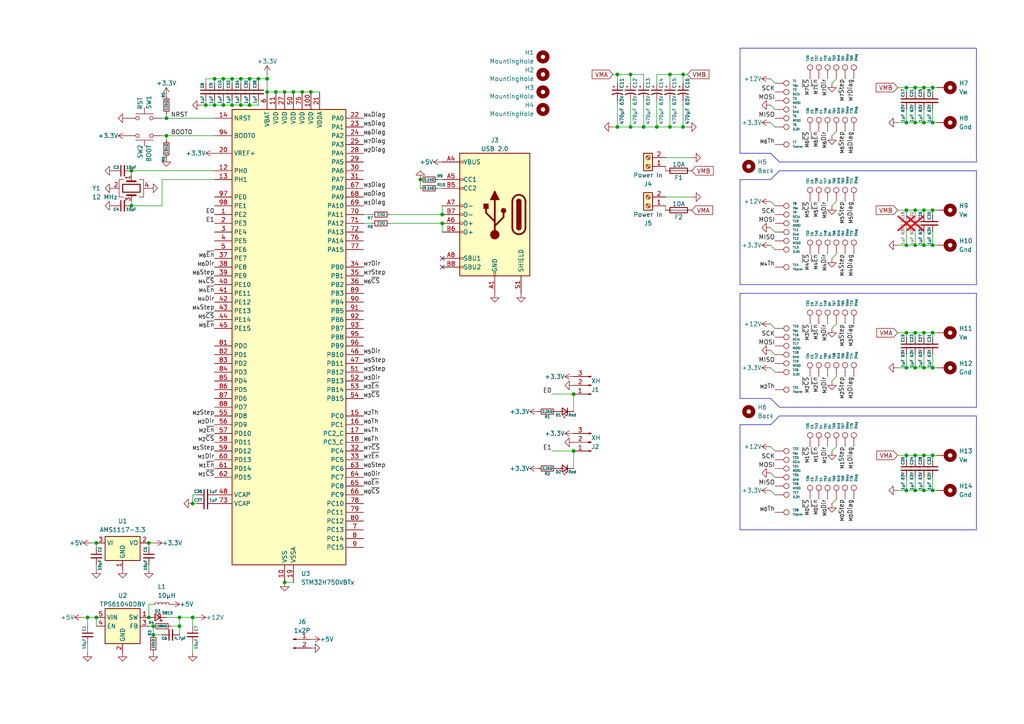
<source format=kicad_sch>
(kicad_sch (version 20230121) (generator eeschema)
  (paper "A4")
  (junction (at 265.43 25.4))
  (junction (at 262.89 35.56))
  (junction (at 270.51 60.96))
  (junction (at 59.69 30.48))
  (junction (at 270.51 25.4))
  (junction (at 48.26 34.29))
  (junction (at 52.07 181.61))
  (junction (at 265.43 142.24))
  (junction (at 166.37 114.3))
  (junction (at 69.85 30.48))
  (junction (at 194.31 21.59))
  (junction (at 265.43 35.56))
  (junction (at 270.51 106.68))
  (junction (at 262.89 25.4))
  (junction (at 55.88 146.05))
  (junction (at 27.94 179.07))
  (junction (at 270.51 96.52))
  (junction (at 267.97 60.96))
  (junction (at 43.18 179.07))
  (junction (at 186.69 36.83))
  (junction (at 262.89 142.24))
  (junction (at 67.31 30.48))
  (junction (at 270.51 35.56))
  (junction (at 267.97 142.24))
  (junction (at 267.97 106.68))
  (junction (at 44.45 184.15))
  (junction (at 267.97 71.12))
  (junction (at 265.43 96.52))
  (junction (at 265.43 106.68))
  (junction (at 262.89 106.68))
  (junction (at 48.26 39.37))
  (junction (at 25.4 179.07))
  (junction (at 267.97 96.52))
  (junction (at 55.88 179.07))
  (junction (at 128.27 64.77))
  (junction (at 179.07 36.83))
  (junction (at 90.17 26.67))
  (junction (at 262.89 96.52))
  (junction (at 44.45 181.61))
  (junction (at 62.23 30.48))
  (junction (at 265.43 60.96))
  (junction (at 265.43 71.12))
  (junction (at 52.07 179.07))
  (junction (at 194.31 36.83))
  (junction (at 190.5 36.83))
  (junction (at 38.1 49.53))
  (junction (at 87.63 26.67))
  (junction (at 267.97 25.4))
  (junction (at 82.55 26.67))
  (junction (at 270.51 71.12))
  (junction (at 77.47 22.86))
  (junction (at 85.09 26.67))
  (junction (at 262.89 60.96))
  (junction (at 182.88 36.83))
  (junction (at 64.77 30.48))
  (junction (at 179.07 21.59))
  (junction (at 265.43 132.08))
  (junction (at 43.18 157.48))
  (junction (at 82.55 168.91))
  (junction (at 128.27 62.23))
  (junction (at 27.94 157.48))
  (junction (at 270.51 132.08))
  (junction (at 121.92 52.07))
  (junction (at 262.89 71.12))
  (junction (at 166.37 130.81))
  (junction (at 72.39 30.48))
  (junction (at 198.12 21.59))
  (junction (at 77.47 26.67))
  (junction (at 262.89 132.08))
  (junction (at 198.12 36.83))
  (junction (at 74.93 22.86))
  (junction (at 38.1 59.69))
  (junction (at 64.77 22.86))
  (junction (at 69.85 22.86))
  (junction (at 62.23 22.86))
  (junction (at 270.51 142.24))
  (junction (at 80.01 26.67))
  (junction (at 182.88 21.59))
  (junction (at 267.97 35.56))
  (junction (at 72.39 22.86))
  (junction (at 267.97 132.08))
  (junction (at 67.31 22.86))
  (no_connect (at 128.27 77.47))
  (no_connect (at 128.27 74.93))
  (wire (pts (xy 270.51 132.08) (xy 271.78 132.08)))
  (wire (pts (xy 105.41 62.23) (xy 107.95 62.23)))
  (wire (pts (xy 223.52 137.16) (xy 224.79 138.43)))
  (wire (pts (xy 262.89 31.75) (xy 262.89 35.56)))
  (wire (pts (xy 113.03 62.23) (xy 128.27 62.23)))
  (wire (pts (xy 194.31 21.59) (xy 194.31 24.13)))
  (polyline (pts (xy 214.63 13.97) (xy 283.21 13.97)))
  (wire (pts (xy 270.51 138.43) (xy 270.51 142.24)))
  (wire (pts (xy 262.89 71.12) (xy 265.43 71.12)))
  (wire (pts (xy 265.43 102.87) (xy 265.43 106.68)))
  (wire (pts (xy 69.85 22.86) (xy 69.85 24.13)))
  (wire (pts (xy 67.31 29.21) (xy 67.31 30.48)))
  (wire (pts (xy 69.85 29.21) (xy 69.85 30.48)))
  (wire (pts (xy 260.35 142.24) (xy 262.89 142.24)))
  (wire (pts (xy 194.31 21.59) (xy 198.12 21.59)))
  (wire (pts (xy 55.88 146.05) (xy 57.15 146.05)))
  (wire (pts (xy 260.35 71.12) (xy 262.89 71.12)))
  (wire (pts (xy 82.55 168.91) (xy 85.09 168.91)))
  (wire (pts (xy 265.43 106.68) (xy 267.97 106.68)))
  (polyline (pts (xy 214.63 52.07) (xy 214.63 82.55)))
  (wire (pts (xy 160.02 114.3) (xy 166.37 114.3)))
  (wire (pts (xy 262.89 142.24) (xy 265.43 142.24)))
  (wire (pts (xy 265.43 142.24) (xy 267.97 142.24)))
  (wire (pts (xy 74.93 29.21) (xy 74.93 30.48)))
  (wire (pts (xy 223.52 71.12) (xy 224.79 72.39)))
  (wire (pts (xy 190.5 21.59) (xy 194.31 21.59)))
  (wire (pts (xy 270.51 31.75) (xy 270.51 35.56)))
  (polyline (pts (xy 283.21 13.97) (xy 283.21 46.99)))
  (wire (pts (xy 38.1 59.69) (xy 46.99 59.69)))
  (wire (pts (xy 241.3 146.05) (xy 242.57 144.78)))
  (wire (pts (xy 105.41 64.77) (xy 107.95 64.77)))
  (wire (pts (xy 267.97 132.08) (xy 270.51 132.08)))
  (wire (pts (xy 59.69 29.21) (xy 59.69 30.48)))
  (wire (pts (xy 62.23 30.48) (xy 64.77 30.48)))
  (wire (pts (xy 194.31 36.83) (xy 198.12 36.83)))
  (wire (pts (xy 38.1 49.53) (xy 38.1 50.8)))
  (wire (pts (xy 199.39 36.83) (xy 198.12 36.83)))
  (wire (pts (xy 223.52 106.68) (xy 224.79 107.95)))
  (wire (pts (xy 48.26 34.29) (xy 62.23 34.29)))
  (wire (pts (xy 262.89 60.96) (xy 265.43 60.96)))
  (wire (pts (xy 241.3 95.25) (xy 242.57 93.98)))
  (wire (pts (xy 62.23 22.86) (xy 64.77 22.86)))
  (wire (pts (xy 26.67 157.48) (xy 27.94 157.48)))
  (wire (pts (xy 27.94 179.07) (xy 27.94 181.61)))
  (wire (pts (xy 262.89 106.68) (xy 265.43 106.68)))
  (wire (pts (xy 262.89 62.23) (xy 262.89 60.96)))
  (polyline (pts (xy 283.21 49.53) (xy 283.21 82.55)))
  (wire (pts (xy 72.39 30.48) (xy 74.93 30.48)))
  (wire (pts (xy 113.03 64.77) (xy 128.27 64.77)))
  (wire (pts (xy 267.97 25.4) (xy 270.51 25.4)))
  (wire (pts (xy 193.04 57.15) (xy 200.66 57.15)))
  (wire (pts (xy 82.55 26.67) (xy 85.09 26.67)))
  (wire (pts (xy 267.97 96.52) (xy 270.51 96.52)))
  (wire (pts (xy 43.18 157.48) (xy 44.45 157.48)))
  (wire (pts (xy 267.97 35.56) (xy 270.51 35.56)))
  (wire (pts (xy 265.43 25.4) (xy 267.97 25.4)))
  (wire (pts (xy 241.3 130.81) (xy 242.57 129.54)))
  (polyline (pts (xy 226.06 120.65) (xy 283.21 120.65)))
  (wire (pts (xy 223.52 142.24) (xy 224.79 143.51)))
  (wire (pts (xy 55.88 189.23) (xy 55.88 186.69)))
  (wire (pts (xy 199.39 21.59) (xy 198.12 21.59)))
  (polyline (pts (xy 226.06 118.11) (xy 283.21 118.11)))
  (wire (pts (xy 62.23 22.86) (xy 62.23 24.13)))
  (wire (pts (xy 267.97 133.35) (xy 267.97 132.08)))
  (wire (pts (xy 270.51 26.67) (xy 270.51 25.4)))
  (wire (pts (xy 72.39 22.86) (xy 72.39 24.13)))
  (wire (pts (xy 241.3 74.93) (xy 242.57 73.66)))
  (wire (pts (xy 265.43 133.35) (xy 265.43 132.08)))
  (wire (pts (xy 49.53 181.61) (xy 52.07 181.61)))
  (polyline (pts (xy 214.63 52.07) (xy 223.52 52.07)))
  (wire (pts (xy 241.3 39.37) (xy 242.57 38.1)))
  (wire (pts (xy 52.07 179.07) (xy 55.88 179.07)))
  (wire (pts (xy 128.27 64.77) (xy 128.27 67.31)))
  (wire (pts (xy 57.15 179.07) (xy 55.88 179.07)))
  (wire (pts (xy 190.5 36.83) (xy 194.31 36.83)))
  (wire (pts (xy 46.99 39.37) (xy 48.26 39.37)))
  (wire (pts (xy 179.07 29.21) (xy 179.07 36.83)))
  (wire (pts (xy 270.51 67.31) (xy 270.51 71.12)))
  (wire (pts (xy 223.52 58.42) (xy 224.79 59.69)))
  (wire (pts (xy 262.89 133.35) (xy 262.89 132.08)))
  (wire (pts (xy 67.31 22.86) (xy 69.85 22.86)))
  (wire (pts (xy 223.52 129.54) (xy 224.79 130.81)))
  (wire (pts (xy 260.35 35.56) (xy 262.89 35.56)))
  (polyline (pts (xy 226.06 118.11) (xy 223.52 115.57)))
  (wire (pts (xy 25.4 186.69) (xy 25.4 189.23)))
  (wire (pts (xy 182.88 21.59) (xy 186.69 21.59)))
  (wire (pts (xy 186.69 29.21) (xy 186.69 36.83)))
  (wire (pts (xy 160.02 130.81) (xy 166.37 130.81)))
  (wire (pts (xy 179.07 21.59) (xy 179.07 24.13)))
  (wire (pts (xy 186.69 36.83) (xy 190.5 36.83)))
  (wire (pts (xy 46.99 52.07) (xy 62.23 52.07)))
  (wire (pts (xy 267.97 102.87) (xy 267.97 106.68)))
  (wire (pts (xy 265.43 26.67) (xy 265.43 25.4)))
  (wire (pts (xy 80.01 26.67) (xy 82.55 26.67)))
  (wire (pts (xy 43.18 175.26) (xy 43.18 179.07)))
  (wire (pts (xy 265.43 138.43) (xy 265.43 142.24)))
  (wire (pts (xy 262.89 138.43) (xy 262.89 142.24)))
  (wire (pts (xy 77.47 26.67) (xy 80.01 26.67)))
  (wire (pts (xy 48.26 39.37) (xy 62.23 39.37)))
  (wire (pts (xy 267.97 26.67) (xy 267.97 25.4)))
  (wire (pts (xy 193.04 49.53) (xy 193.04 48.26)))
  (wire (pts (xy 262.89 102.87) (xy 262.89 106.68)))
  (wire (pts (xy 265.43 97.79) (xy 265.43 96.52)))
  (wire (pts (xy 267.97 138.43) (xy 267.97 142.24)))
  (wire (pts (xy 270.51 35.56) (xy 271.78 35.56)))
  (wire (pts (xy 55.88 143.51) (xy 55.88 146.05)))
  (wire (pts (xy 190.5 29.21) (xy 190.5 36.83)))
  (wire (pts (xy 64.77 22.86) (xy 67.31 22.86)))
  (wire (pts (xy 241.3 24.13) (xy 242.57 22.86)))
  (polyline (pts (xy 214.63 13.97) (xy 214.63 44.45)))
  (wire (pts (xy 182.88 29.21) (xy 182.88 36.83)))
  (wire (pts (xy 128.27 54.61) (xy 127 54.61)))
  (wire (pts (xy 59.69 30.48) (xy 62.23 30.48)))
  (wire (pts (xy 43.18 157.48) (xy 43.18 158.75)))
  (wire (pts (xy 24.13 179.07) (xy 25.4 179.07)))
  (wire (pts (xy 46.99 34.29) (xy 48.26 34.29)))
  (wire (pts (xy 27.94 163.83) (xy 27.94 165.1)))
  (wire (pts (xy 85.09 26.67) (xy 87.63 26.67)))
  (wire (pts (xy 48.26 33.02) (xy 48.26 34.29)))
  (wire (pts (xy 241.3 59.69) (xy 242.57 58.42)))
  (wire (pts (xy 265.43 62.23) (xy 265.43 60.96)))
  (wire (pts (xy 182.88 21.59) (xy 182.88 24.13)))
  (wire (pts (xy 121.92 52.07) (xy 121.92 54.61)))
  (wire (pts (xy 270.51 60.96) (xy 271.78 60.96)))
  (wire (pts (xy 128.27 59.69) (xy 128.27 62.23)))
  (wire (pts (xy 260.35 25.4) (xy 262.89 25.4)))
  (wire (pts (xy 52.07 179.07) (xy 52.07 181.61)))
  (wire (pts (xy 267.97 71.12) (xy 270.51 71.12)))
  (wire (pts (xy 25.4 179.07) (xy 25.4 181.61)))
  (wire (pts (xy 267.97 31.75) (xy 267.97 35.56)))
  (wire (pts (xy 267.97 62.23) (xy 267.97 60.96)))
  (wire (pts (xy 69.85 30.48) (xy 72.39 30.48)))
  (wire (pts (xy 69.85 22.86) (xy 72.39 22.86)))
  (wire (pts (xy 270.51 97.79) (xy 270.51 96.52)))
  (wire (pts (xy 74.93 22.86) (xy 77.47 22.86)))
  (polyline (pts (xy 214.63 123.19) (xy 214.63 153.67)))
  (wire (pts (xy 67.31 22.86) (xy 67.31 24.13)))
  (wire (pts (xy 194.31 29.21) (xy 194.31 36.83)))
  (wire (pts (xy 67.31 30.48) (xy 69.85 30.48)))
  (wire (pts (xy 59.69 22.86) (xy 62.23 22.86)))
  (wire (pts (xy 44.45 184.15) (xy 46.99 184.15)))
  (wire (pts (xy 190.5 21.59) (xy 190.5 24.13)))
  (polyline (pts (xy 226.06 120.65) (xy 223.52 123.19)))
  (wire (pts (xy 262.89 35.56) (xy 265.43 35.56)))
  (wire (pts (xy 267.97 67.31) (xy 267.97 71.12)))
  (polyline (pts (xy 283.21 120.65) (xy 283.21 153.67)))
  (wire (pts (xy 166.37 114.3) (xy 166.37 119.38)))
  (polyline (pts (xy 214.63 44.45) (xy 223.52 44.45)))
  (polyline (pts (xy 214.63 85.09) (xy 214.63 115.57)))
  (wire (pts (xy 270.51 96.52) (xy 271.78 96.52)))
  (wire (pts (xy 198.12 21.59) (xy 198.12 24.13)))
  (wire (pts (xy 74.93 22.86) (xy 74.93 24.13)))
  (wire (pts (xy 43.18 163.83) (xy 43.18 165.1)))
  (polyline (pts (xy 226.06 46.99) (xy 223.52 44.45)))
  (wire (pts (xy 177.8 36.83) (xy 179.07 36.83)))
  (wire (pts (xy 48.26 179.07) (xy 52.07 179.07)))
  (wire (pts (xy 223.52 66.04) (xy 224.79 67.31)))
  (wire (pts (xy 43.18 175.26) (xy 44.45 175.26)))
  (wire (pts (xy 265.43 132.08) (xy 267.97 132.08)))
  (polyline (pts (xy 283.21 85.09) (xy 283.21 118.11)))
  (wire (pts (xy 260.35 96.52) (xy 262.89 96.52)))
  (polyline (pts (xy 214.63 153.67) (xy 283.21 153.67)))
  (polyline (pts (xy 226.06 49.53) (xy 223.52 52.07)))
  (wire (pts (xy 77.47 22.86) (xy 77.47 26.67)))
  (polyline (pts (xy 214.63 123.19) (xy 223.52 123.19)))
  (wire (pts (xy 260.35 132.08) (xy 262.89 132.08)))
  (wire (pts (xy 62.23 29.21) (xy 62.23 30.48)))
  (wire (pts (xy 270.51 102.87) (xy 270.51 106.68)))
  (wire (pts (xy 77.47 22.86) (xy 77.47 21.59)))
  (wire (pts (xy 44.45 181.61) (xy 44.45 184.15)))
  (wire (pts (xy 72.39 29.21) (xy 72.39 30.48)))
  (wire (pts (xy 223.52 22.86) (xy 224.79 24.13)))
  (wire (pts (xy 267.97 60.96) (xy 270.51 60.96)))
  (wire (pts (xy 223.52 35.56) (xy 224.79 36.83)))
  (wire (pts (xy 267.97 97.79) (xy 267.97 96.52)))
  (wire (pts (xy 270.51 25.4) (xy 271.78 25.4)))
  (wire (pts (xy 241.3 110.49) (xy 242.57 109.22)))
  (wire (pts (xy 265.43 96.52) (xy 267.97 96.52)))
  (wire (pts (xy 265.43 31.75) (xy 265.43 35.56)))
  (wire (pts (xy 262.89 97.79) (xy 262.89 96.52)))
  (wire (pts (xy 27.94 157.48) (xy 27.94 158.75)))
  (wire (pts (xy 270.51 62.23) (xy 270.51 60.96)))
  (wire (pts (xy 166.37 130.81) (xy 166.37 135.89)))
  (wire (pts (xy 179.07 36.83) (xy 182.88 36.83)))
  (wire (pts (xy 193.04 60.96) (xy 193.04 59.69)))
  (wire (pts (xy 38.1 58.42) (xy 38.1 59.69)))
  (wire (pts (xy 262.89 26.67) (xy 262.89 25.4)))
  (wire (pts (xy 223.52 30.48) (xy 224.79 31.75)))
  (wire (pts (xy 260.35 60.96) (xy 262.89 60.96)))
  (wire (pts (xy 64.77 30.48) (xy 67.31 30.48)))
  (wire (pts (xy 25.4 179.07) (xy 27.94 179.07)))
  (wire (pts (xy 59.69 24.13) (xy 59.69 22.86)))
  (wire (pts (xy 38.1 49.53) (xy 62.23 49.53)))
  (wire (pts (xy 128.27 52.07) (xy 127 52.07)))
  (wire (pts (xy 265.43 60.96) (xy 267.97 60.96)))
  (wire (pts (xy 265.43 35.56) (xy 267.97 35.56)))
  (wire (pts (xy 262.89 96.52) (xy 265.43 96.52)))
  (wire (pts (xy 55.88 179.07) (xy 55.88 181.61)))
  (wire (pts (xy 179.07 21.59) (xy 182.88 21.59)))
  (wire (pts (xy 262.89 132.08) (xy 265.43 132.08)))
  (wire (pts (xy 223.52 101.6) (xy 224.79 102.87)))
  (wire (pts (xy 52.07 181.61) (xy 52.07 184.15)))
  (wire (pts (xy 267.97 142.24) (xy 270.51 142.24)))
  (wire (pts (xy 46.99 52.07) (xy 46.99 59.69)))
  (wire (pts (xy 58.42 30.48) (xy 59.69 30.48)))
  (wire (pts (xy 48.26 40.64) (xy 48.26 39.37)))
  (wire (pts (xy 186.69 21.59) (xy 186.69 24.13)))
  (wire (pts (xy 198.12 29.21) (xy 198.12 36.83)))
  (polyline (pts (xy 214.63 85.09) (xy 283.21 85.09)))
  (wire (pts (xy 90.17 26.67) (xy 92.71 26.67)))
  (wire (pts (xy 262.89 25.4) (xy 265.43 25.4)))
  (wire (pts (xy 193.04 45.72) (xy 200.66 45.72)))
  (wire (pts (xy 64.77 24.13) (xy 64.77 22.86)))
  (polyline (pts (xy 214.63 82.55) (xy 283.21 82.55)))
  (wire (pts (xy 265.43 67.31) (xy 265.43 71.12)))
  (polyline (pts (xy 226.06 46.99) (xy 283.21 46.99)))
  (wire (pts (xy 55.88 143.51) (xy 57.15 143.51)))
  (wire (pts (xy 182.88 36.83) (xy 186.69 36.83)))
  (wire (pts (xy 262.89 67.31) (xy 262.89 71.12)))
  (polyline (pts (xy 226.06 49.53) (xy 283.21 49.53)))
  (wire (pts (xy 267.97 106.68) (xy 270.51 106.68)))
  (wire (pts (xy 270.51 71.12) (xy 271.78 71.12)))
  (wire (pts (xy 260.35 106.68) (xy 262.89 106.68)))
  (wire (pts (xy 87.63 26.67) (xy 90.17 26.67)))
  (wire (pts (xy 223.52 93.98) (xy 224.79 95.25)))
  (wire (pts (xy 64.77 29.21) (xy 64.77 30.48)))
  (wire (pts (xy 270.51 106.68) (xy 271.78 106.68)))
  (wire (pts (xy 72.39 22.86) (xy 74.93 22.86)))
  (wire (pts (xy 43.18 181.61) (xy 44.45 181.61)))
  (wire (pts (xy 270.51 142.24) (xy 271.78 142.24)))
  (polyline (pts (xy 214.63 115.57) (xy 223.52 115.57)))
  (wire (pts (xy 270.51 133.35) (xy 270.51 132.08)))
  (wire (pts (xy 265.43 71.12) (xy 267.97 71.12)))
  (wire (pts (xy 177.8 21.59) (xy 179.07 21.59)))
  (label "_{M4}Dir" (at 240.03 73.66 270))
  (label "_{M2}Th" (at 105.41 120.65 0))
  (label "_{M0}Dir" (at 240.03 144.78 270))
  (label "_{M5}~{CS}" (at 62.23 92.71 180))
  (label "_{M6}Dir" (at 62.23 77.47 180))
  (label "_{M6}Diag" (at 247.65 38.1 270))
  (label "_{M0}~{En}" (at 237.49 144.78 270))
  (label "_{M3}~{En}" (at 237.49 93.98 270))
  (label "_{M2}Diag" (at 105.41 44.45 0))
  (label "SCK" (at 224.79 26.67 180))
  (label "MISO" (at 224.79 105.41 180))
  (label "_{M0}Step" (at 105.41 135.89 0))
  (label "NRST" (at 49.53 34.29 0))
  (label "_{M3}Step" (at 245.11 93.98 270))
  (label "_{M0}Th" (at 105.41 123.19 0))
  (label "_{M1}Step" (at 62.23 130.81 180))
  (label "_{M5}Step" (at 245.11 58.42 270))
  (label "_{M0}Dir" (at 105.41 138.43 0))
  (label "_{M3}Diag" (at 105.41 54.61 0))
  (label "_{M7}~{CS}" (at 234.95 22.86 270))
  (label "_{M3}~{En}" (at 105.41 113.03 0))
  (label "_{M5}Dir" (at 240.03 58.42 270))
  (label "MISO" (at 224.79 140.97 180))
  (label "_{M4}Dir" (at 62.23 87.63 180))
  (label "_{M4}~{CS}" (at 62.23 82.55 180))
  (label "_{M4}Th" (at 224.79 77.47 180))
  (label "_{M2}Th" (at 224.79 113.03 180))
  (label "_{M6}~{En}" (at 237.49 38.1 270))
  (label "_{M7}~{En}" (at 105.41 133.35 0))
  (label "_{M0}~{CS}" (at 234.95 144.78 270))
  (label "_{M7}~{CS}" (at 105.41 130.81 0))
  (label "_{M1}Dir" (at 240.03 129.54 270))
  (label "_{M5}~{En}" (at 237.49 58.42 270))
  (label "_{M1}Diag" (at 105.41 59.69 0))
  (label "_{M4}Diag" (at 247.65 73.66 270))
  (label "_{M6}~{CS}" (at 105.41 82.55 0))
  (label "_{M1}Dir" (at 62.23 133.35 180))
  (label "_{M1}~{CS}" (at 62.23 138.43 180))
  (label "_{M4}Diag" (at 105.41 34.29 0))
  (label "_{M2}~{CS}" (at 62.23 128.27 180))
  (label "_{M5}Diag" (at 105.41 36.83 0))
  (label "_{M6}Th" (at 105.41 128.27 0))
  (label "_{M3}Dir" (at 105.41 110.49 0))
  (label "_{M0}Step" (at 245.11 144.78 270))
  (label "_{M4}~{CS}" (at 234.95 73.66 270))
  (label "_{M4}Step" (at 62.23 90.17 180))
  (label "SCK" (at 224.79 62.23 180))
  (label "MOSI" (at 224.79 135.89 180))
  (label "_{M6}Step" (at 62.23 80.01 180))
  (label "_{M6}Dir" (at 240.03 38.1 270))
  (label "_{M1}~{En}" (at 237.49 129.54 270))
  (label "_{M3}~{CS}" (at 105.41 115.57 0))
  (label "E1" (at 160.02 130.81 180))
  (label "_{M0}Diag" (at 105.41 57.15 0))
  (label "_{M7}Dir" (at 240.03 22.86 270))
  (label "MOSI" (at 224.79 29.21 180))
  (label "_{M5}~{En}" (at 62.23 95.25 180))
  (label "_{M5}Step" (at 105.41 105.41 0))
  (label "_{M3}~{CS}" (at 234.95 93.98 270))
  (label "_{M5}Dir" (at 105.41 102.87 0))
  (label "_{M7}Diag" (at 105.41 41.91 0))
  (label "_{M7}~{En}" (at 237.49 22.86 270))
  (label "_{M3}Step" (at 105.41 107.95 0))
  (label "_{M4}Step" (at 245.11 73.66 270))
  (label "_{M2}~{En}" (at 237.49 109.22 270))
  (label "SCK" (at 224.79 133.35 180))
  (label "_{M1}Diag" (at 247.65 129.54 270))
  (label "_{M4}~{En}" (at 62.23 85.09 180))
  (label "_{M6}~{En}" (at 62.23 74.93 180))
  (label "_{M2}~{CS}" (at 234.95 109.22 270))
  (label "MOSI" (at 224.79 100.33 180))
  (label "_{M7}Dir" (at 105.41 77.47 0))
  (label "_{M1}~{CS}" (at 234.95 129.54 270))
  (label "BOOT0" (at 49.53 39.37 0))
  (label "_{M6}Step" (at 245.11 38.1 270))
  (label "_{M7}Diag" (at 247.65 22.86 270))
  (label "_{M4}Th" (at 105.41 125.73 0))
  (label "_{M2}Step" (at 245.11 109.22 270))
  (label "_{M6}Diag" (at 105.41 39.37 0))
  (label "_{M5}~{CS}" (at 234.95 58.42 270))
  (label "_{M0}~{En}" (at 105.41 140.97 0))
  (label "_{M6}Th" (at 224.79 41.91 180))
  (label "_{M1}~{En}" (at 62.23 135.89 180))
  (label "_{M5}Diag" (at 247.65 58.42 270))
  (label "_{M2}Step" (at 62.23 120.65 180))
  (label "_{M2}Dir" (at 240.03 109.22 270))
  (label "_{M7}Step" (at 245.11 22.86 270))
  (label "_{M3}Dir" (at 240.03 93.98 270))
  (label "E1" (at 62.23 64.77 180))
  (label "_{M0}Diag" (at 247.65 144.78 270))
  (label "MISO" (at 224.79 34.29 180))
  (label "MOSI" (at 224.79 64.77 180))
  (label "_{M4}~{En}" (at 237.49 73.66 270))
  (label "_{M1}Step" (at 245.11 129.54 270))
  (label "_{M2}~{En}" (at 62.23 125.73 180))
  (label "_{M2}Dir" (at 62.23 123.19 180))
  (label "_{M6}~{CS}" (at 234.95 38.1 270))
  (label "E0" (at 62.23 62.23 180))
  (label "_{M3}Diag" (at 247.65 93.98 270))
  (label "MISO" (at 224.79 69.85 180))
  (label "E0" (at 160.02 114.3 180))
  (label "_{M2}Diag" (at 247.65 109.22 270))
  (label "_{M7}Step" (at 105.41 80.01 0))
  (label "_{M0}~{CS}" (at 105.41 143.51 0))
  (label "_{M0}Th" (at 224.79 148.59 180))
  (label "SCK" (at 224.79 97.79 180))
  (global_label "VMA" (shape input) (at 260.35 132.08 180) (property "Intersheetrefs" "${INTERSHEET_REFS}" (effects hide)))
  (global_label "VMB" (shape input) (at 260.35 60.96 180) (property "Intersheetrefs" "${INTERSHEET_REFS}" (effects hide)))
  (global_label "VMA" (shape input) (at 177.8 21.59 180) (property "Intersheetrefs" "${INTERSHEET_REFS}" (effects hide)))
  (global_label "VMB" (shape input) (at 200.66 49.53 0) (property "Intersheetrefs" "${INTERSHEET_REFS}" (effects hide)))
  (global_label "VMA" (shape input) (at 200.66 60.96 0) (property "Intersheetrefs" "${INTERSHEET_REFS}" (effects hide)))
  (global_label "VMB" (shape input) (at 199.39 21.59 0) (property "Intersheetrefs" "${INTERSHEET_REFS}" (effects hide)))
  (global_label "VMA" (shape input) (at 260.35 96.52 180) (property "Intersheetrefs" "${INTERSHEET_REFS}" (effects hide)))
  (global_label "VMB" (shape input) (at 260.35 25.4 180) (property "Intersheetrefs" "${INTERSHEET_REFS}" (effects hide)))
  (symbol (lib_id "Connector:TestPoint") (at 247.65 22.86 0) (unit 1)
    (property "Reference" "T69" (at 247.015 17.78 90) (effects (font (size 0.635 0.635)) (justify left)))
    (property "Value" "Diag" (at 248.285 17.78 90) (effects (font (size 0.635 0.635)) (justify left)))
    (property "Footprint" "corevus:LGA_Spring" (effects hide))
  )
  (symbol (lib_id "power:+5V") (at 49.53 175.26 270) (unit 1)
    (property "Reference" "#PWR024" (effects hide))
    (property "Value" "+5V" (at 52.07 175.26 90) (effects (justify left)))
  )
  (symbol (lib_id "power:GND") (at 260.35 142.24 270) (unit 1)
    (property "Reference" "#PWR066" (effects hide))
    (property "Value" "GND" (effects hide))
  )
  (symbol (lib_id "Device:R_Small") (at 44.45 186.69 180) (unit 1)
    (property "Reference" "R3" (at 43.45 184.42 90) (effects (font (size 0.8 0.8)) (justify right)))
    (property "Value" "10kΩ" (at 44.45 186.69 90) (effects (font (size 0.7 0.7))))
    (property "Footprint" "AlphaLib:0402R" (effects hide))
  )
  (symbol (lib_id "Device:C_Small") (at 67.31 26.67 0) (unit 1)
    (property "Reference" "C33" (at 66.31 25.67 90) (effects (font (size 0.8 0.8)) (justify left)))
    (property "Value" "1µF" (at 66.31 27.67 90) (effects (font (size 0.8 0.8)) (justify right)))
    (property "Footprint" "AlphaLib:0402C" (effects hide))
  )
  (symbol (lib_id "Connector:TestPoint") (at 240.03 144.78 0) (unit 1)
    (property "Reference" "T52" (at 239.395 139.7 90) (effects (font (size 0.635 0.635)) (justify left)))
    (property "Value" "Dir" (at 240.665 139.7 90) (effects (font (size 0.635 0.635)) (justify left)))
    (property "Footprint" "corevus:LGA_Spring" (effects hide))
  )
  (symbol (lib_id "Connector:TestPoint") (at 237.49 38.1 0) (unit 1)
    (property "Reference" "T38" (at 236.855 33.02 90) (effects (font (size 0.635 0.635)) (justify left)))
    (property "Value" "En" (at 238.125 33.02 90) (effects (font (size 0.635 0.635)) (justify left)))
    (property "Footprint" "corevus:LGA_Spring" (effects hide))
  )
  (symbol (lib_id "Device:LED_Small") (at 163.83 119.38 180) (unit 1)
    (property "Reference" "D1" (at 162.83 120.38 0) (effects (font (size 0.8 0.8)) (justify left)))
    (property "Value" "Red" (at 164.83 120.38 0) (effects (font (size 0.8 0.8)) (justify right)))
    (property "Footprint" "AlphaLib:0603LED" (effects hide))
  )
  (symbol (lib_id "Connector:TestPoint") (at 224.79 105.41 270) (unit 1)
    (property "Reference" "T19" (at 229.87 104.775 90) (effects (font (size 0.635 0.635)) (justify left)))
    (property "Value" "MISO" (at 229.87 106.045 90) (effects (font (size 0.635 0.635)) (justify left)))
    (property "Footprint" "corevus:LGA_Spring" (effects hide))
  )
  (symbol (lib_id "power:GND") (at 44.45 189.23 0) (mirror y) (unit 1)
    (property "Reference" "#PWR021" (effects hide))
    (property "Value" "GND" (effects hide))
  )
  (symbol (lib_id "power:+3.3V") (at 223.52 142.24 90) (unit 1)
    (property "Reference" "#PWR050" (effects hide))
    (property "Value" "+3.3V" (at 220.98 142.24 90) (effects (justify left)))
  )
  (symbol (lib_id "Connector:TestPoint") (at 224.79 107.95 270) (unit 1)
    (property "Reference" "T20" (at 229.87 107.315 90) (effects (font (size 0.635 0.635)) (justify left)))
    (property "Value" "3.3V" (at 229.87 108.585 90) (effects (font (size 0.635 0.635)) (justify left)))
    (property "Footprint" "corevus:LGA_Spring" (effects hide))
  )
  (symbol (lib_id "power:GND") (at 260.35 35.56 270) (unit 1)
    (property "Reference" "#PWR060" (effects hide))
    (property "Value" "GND" (effects hide))
  )
  (symbol (lib_id "power:GND") (at 33.02 59.69 270) (mirror x) (unit 1)
    (property "Reference" "#PWR013" (effects hide))
    (property "Value" "GND" (effects hide))
  )
  (symbol (lib_id "power:+3.3V") (at 36.83 39.37 90) (unit 1)
    (property "Reference" "#PWR017" (effects hide))
    (property "Value" "+3.3V" (at 34.29 39.37 90) (effects (justify left)))
  )
  (symbol (lib_id "power:GND") (at 241.3 24.13 0) (mirror y) (unit 1)
    (property "Reference" "#PWR051" (effects hide))
    (property "Value" "GND" (effects hide))
  )
  (symbol (lib_id "Connector:TestPoint") (at 240.03 73.66 0) (unit 1)
    (property "Reference" "T48" (at 239.395 68.58 90) (effects (font (size 0.635 0.635)) (justify left)))
    (property "Value" "Dir" (at 240.665 68.58 90) (effects (font (size 0.635 0.635)) (justify left)))
    (property "Footprint" "corevus:LGA_Spring" (effects hide))
  )
  (symbol (lib_id "power:GND") (at 121.92 52.07 0) (mirror x) (unit 1)
    (property "Reference" "#PWR031" (effects hide))
    (property "Value" "GND" (effects hide))
  )
  (symbol (lib_id "Connector:TestPoint") (at 240.03 58.42 0) (unit 1)
    (property "Reference" "T47" (at 239.395 53.34 90) (effects (font (size 0.635 0.635)) (justify left)))
    (property "Value" "Dir" (at 240.665 53.34 90) (effects (font (size 0.635 0.635)) (justify left)))
    (property "Footprint" "corevus:LGA_Spring" (effects hide))
  )
  (symbol (lib_id "power:+3.3V") (at 77.47 21.59 0) (mirror y) (unit 1)
    (property "Reference" "#PWR029" (effects hide))
    (property "Value" "+3.3V" (at 77.47 17.78 0))
  )
  (symbol (lib_id "Connector:TestPoint") (at 224.79 34.29 270) (unit 1)
    (property "Reference" "T5" (at 229.87 33.655 90) (effects (font (size 0.635 0.635)) (justify left)))
    (property "Value" "MISO" (at 229.87 34.925 90) (effects (font (size 0.635 0.635)) (justify left)))
    (property "Footprint" "corevus:LGA_Spring" (effects hide))
  )
  (symbol (lib_id "power:+12V") (at 223.52 58.42 90) (unit 1)
    (property "Reference" "#PWR042" (effects hide))
    (property "Value" "+12V" (at 220.98 58.42 90) (effects (justify left)))
  )
  (symbol (lib_id "Connector:TestPoint") (at 224.79 31.75 270) (unit 1)
    (property "Reference" "T4" (at 229.87 31.115 90) (effects (font (size 0.635 0.635)) (justify left)))
    (property "Value" "Gnd" (at 229.87 32.385 90) (effects (font (size 0.635 0.635)) (justify left)))
    (property "Footprint" "corevus:LGA_Spring" (effects hide))
  )
  (symbol (lib_id "Mechanical:MountingHole_Pad") (at 274.32 60.96 270) (unit 1)
    (property "Reference" "H9" (at 278.13 59.69 90) (effects (justify left)))
    (property "Value" "V_{M}" (at 278.13 62.23 90) (effects (justify left)))
    (property "Footprint" "corevus:M3_M2.5_PCB_Nut" (effects hide))
  )
  (symbol (lib_id "Connector:TestPoint") (at 224.79 72.39 270) (unit 1)
    (property "Reference" "T13" (at 229.87 71.755 90) (effects (font (size 0.635 0.635)) (justify left)))
    (property "Value" "3.3V" (at 229.87 73.025 90) (effects (font (size 0.635 0.635)) (justify left)))
    (property "Footprint" "corevus:LGA_Spring" (effects hide))
  )
  (symbol (lib_id "Mechanical:MountingHole") (at 217.17 119.38 270) (unit 1)
    (property "Reference" "H6" (at 219.71 118.11 90) (effects (justify left)))
    (property "Value" "Back" (at 219.71 120.65 90) (effects (justify left)))
    (property "Footprint" "corevus:M3_M2.5_PCB_Nut" (effects hide))
  )
  (symbol (lib_id "power:GND") (at 199.39 36.83 90) (unit 1)
    (property "Reference" "#PWR068" (effects hide))
    (property "Value" "GND" (effects hide))
  )
  (symbol (lib_id "power:+12V") (at 223.52 129.54 90) (unit 1)
    (property "Reference" "#PWR048" (effects hide))
    (property "Value" "+12V" (at 220.98 129.54 90) (effects (justify left)))
  )
  (symbol (lib_id "power:GND") (at 241.3 39.37 0) (mirror y) (unit 1)
    (property "Reference" "#PWR052" (effects hide))
    (property "Value" "GND" (effects hide))
  )
  (symbol (lib_id "Connector:TestPoint") (at 224.79 69.85 270) (unit 1)
    (property "Reference" "T12" (at 229.87 69.215 90) (effects (font (size 0.635 0.635)) (justify left)))
    (property "Value" "MISO" (at 229.87 70.485 90) (effects (font (size 0.635 0.635)) (justify left)))
    (property "Footprint" "corevus:LGA_Spring" (effects hide))
  )
  (symbol (lib_id "power:GND") (at 223.52 66.04 270) (mirror x) (unit 1)
    (property "Reference" "#PWR043" (effects hide))
    (property "Value" "GND" (effects hide))
  )
  (symbol (lib_id "Device:C_Small") (at 262.89 100.33 0) (unit 1)
    (property "Reference" "C19" (at 261.89 99.33 90) (effects (font (size 0.8 0.8)) (justify left)))
    (property "Value" "1μF 63V" (at 261.89 101.33 90) (effects (font (size 0.8 0.8)) (justify right)))
    (property "Footprint" "Capacitor_SMD:C_1206_3216Metric" (effects hide))
  )
  (symbol (lib_id "Device:C_Small") (at 267.97 64.77 0) (unit 1)
    (property "Reference" "C26" (at 266.97 63.77 90) (effects (font (size 0.8 0.8)) (justify left)))
    (property "Value" "1μF 63V" (at 266.97 65.77 90) (effects (font (size 0.8 0.8)) (justify right)))
    (property "Footprint" "Capacitor_SMD:C_1206_3216Metric" (effects hide))
  )
  (symbol (lib_id "Connector:TestPoint") (at 224.79 95.25 270) (unit 1)
    (property "Reference" "T15" (at 229.87 94.615 90) (effects (font (size 0.635 0.635)) (justify left)))
    (property "Value" "V_{SA}" (at 229.87 95.885 90) (effects (font (size 0.635 0.635)) (justify left)))
    (property "Footprint" "corevus:LGA_Spring" (effects hide))
  )
  (symbol (lib_id "Connector:TestPoint") (at 234.95 144.78 0) (unit 1)
    (property "Reference" "T36" (at 234.315 139.7 90) (effects (font (size 0.635 0.635)) (justify left)))
    (property "Value" "CS" (at 235.585 139.7 90) (effects (font (size 0.635 0.635)) (justify left)))
    (property "Footprint" "corevus:LGA_Spring" (effects hide))
  )
  (symbol (lib_id "Connector:TestPoint") (at 224.79 138.43 270) (unit 1)
    (property "Reference" "T25" (at 229.87 137.795 90) (effects (font (size 0.635 0.635)) (justify left)))
    (property "Value" "Gnd" (at 229.87 139.065 90) (effects (font (size 0.635 0.635)) (justify left)))
    (property "Footprint" "corevus:LGA_Spring" (effects hide))
  )
  (symbol (lib_id "power:GND") (at 55.88 146.05 270) (unit 1)
    (property "Reference" "#PWR035" (effects hide))
    (property "Value" "GND" (effects hide))
  )
  (symbol (lib_id "Connector:TestPoint") (at 242.57 129.54 0) (unit 1)
    (property "Reference" "T59" (at 241.935 124.46 90) (effects (font (size 0.635 0.635)) (justify left)))
    (property "Value" "Gnd" (at 243.205 124.46 90) (effects (font (size 0.635 0.635)) (justify left)))
    (property "Footprint" "corevus:LGA_Spring" (effects hide))
  )
  (symbol (lib_id "power:GND") (at 43.18 54.61 90) (mirror x) (unit 1)
    (property "Reference" "#PWR018" (effects hide))
    (property "Value" "GND" (effects hide))
  )
  (symbol (lib_id "Connector:TestPoint") (at 224.79 29.21 270) (unit 1)
    (property "Reference" "T3" (at 229.87 28.575 90) (effects (font (size 0.635 0.635)) (justify left)))
    (property "Value" "MOSI" (at 229.87 29.845 90) (effects (font (size 0.635 0.635)) (justify left)))
    (property "Footprint" "corevus:LGA_Spring" (effects hide))
  )
  (symbol (lib_id "power:GND") (at 27.94 165.1 0) (mirror y) (unit 1)
    (property "Reference" "#PWR010" (effects hide))
    (property "Value" "GND" (effects hide))
  )
  (symbol (lib_id "Connector:TestPoint") (at 224.79 36.83 270) (unit 1)
    (property "Reference" "T6" (at 229.87 36.195 90) (effects (font (size 0.635 0.635)) (justify left)))
    (property "Value" "3.3V" (at 229.87 37.465 90) (effects (font (size 0.635 0.635)) (justify left)))
    (property "Footprint" "corevus:LGA_Spring" (effects hide))
  )
  (symbol (lib_id "power:GND") (at 241.3 130.81 0) (mirror y) (unit 1)
    (property "Reference" "#PWR057" (effects hide))
    (property "Value" "GND" (effects hide))
  )
  (symbol (lib_id "Device:C_Polarized_Small_US") (at 182.88 26.67 0) (unit 1)
    (property "Reference" "C12" (at 184.15 25.67 90) (effects (font (size 1 1)) (justify left)))
    (property "Value" "470μF 63V" (at 184.15 27.67 90) (effects (font (size 1 1)) (justify right)))
    (property "Footprint" "corevus:CP_Radial_D12.5mm_P5.00mm" (effects hide))
    (property "Field4" "C310848" (effects hide))
  )
  (symbol (lib_id "Mechanical:MountingHole_Pad") (at 274.32 142.24 270) (unit 1)
    (property "Reference" "H14" (at 278.13 140.97 90) (effects (justify left)))
    (property "Value" "Gnd" (at 278.13 143.51 90) (effects (justify left)))
    (property "Footprint" "corevus:M3_M2.5_PCB_Nut" (effects hide))
  )
  (symbol (lib_id "Connector:TestPoint") (at 242.57 58.42 0) (unit 1)
    (property "Reference" "T55" (at 241.935 53.34 90) (effects (font (size 0.635 0.635)) (justify left)))
    (property "Value" "Gnd" (at 243.205 53.34 90) (effects (font (size 0.635 0.635)) (justify left)))
    (property "Footprint" "corevus:LGA_Spring" (effects hide))
  )
  (symbol (lib_id "Connector:TestPoint") (at 234.95 38.1 0) (unit 1)
    (property "Reference" "T30" (at 234.315 33.02 90) (effects (font (size 0.635 0.635)) (justify left)))
    (property "Value" "CS" (at 235.585 33.02 90) (effects (font (size 0.635 0.635)) (justify left)))
    (property "Footprint" "corevus:LGA_Spring" (effects hide))
  )
  (symbol (lib_id "power:GND") (at 35.56 189.23 0) (mirror y) (unit 1)
    (property "Reference" "#PWR015" (effects hide))
    (property "Value" "GND" (effects hide))
  )
  (symbol (lib_id "Device:C_Small") (at 267.97 100.33 0) (unit 1)
    (property "Reference" "C27" (at 266.97 99.33 90) (effects (font (size 0.8 0.8)) (justify left)))
    (property "Value" "1μF 63V" (at 266.97 101.33 90) (effects (font (size 0.8 0.8)) (justify right)))
    (property "Footprint" "Capacitor_SMD:C_1206_3216Metric" (effects hide))
  )
  (symbol (lib_id "Device:R_Small") (at 46.99 181.61 270) (mirror x) (unit 1)
    (property "Reference" "R4" (at 44.72 180.61 90) (effects (font (size 0.8 0.8)) (justify right)))
    (property "Value" "100kΩ" (at 46.99 181.61 90) (effects (font (size 0.6 0.6))))
    (property "Footprint" "AlphaLib:0402R" (effects hide))
  )
  (symbol (lib_id "Device:C_Small") (at 59.69 26.67 0) (unit 1)
    (property "Reference" "C8" (at 58.69 25.67 90) (effects (font (size 0.8 0.8)) (justify left)))
    (property "Value" "1µF" (at 58.69 27.67 90) (effects (font (size 0.8 0.8)) (justify right)))
    (property "Footprint" "AlphaLib:0402C" (effects hide))
  )
  (symbol (lib_id "Connector:TestPoint") (at 224.79 41.91 270) (unit 1)
    (property "Reference" "T7" (at 229.87 41.275 90) (effects (font (size 0.635 0.635)) (justify left)))
    (property "Value" "Therm" (at 229.87 42.545 90) (effects (font (size 0.635 0.635)) (justify left)))
    (property "Footprint" "corevus:LGA_Spring" (effects hide))
  )
  (symbol (lib_id "Regulator_Switching:TPS61040DBV") (at 35.56 181.61 0) (unit 1)
    (property "Reference" "U2" (at 35.56 172.72 0))
    (property "Value" "TPS61040DBV" (at 35.56 175.26 0))
    (property "Footprint" "Package_TO_SOT_SMD:SOT-23-5" (effects hide))
    (property "Datasheet" "http://www.ti.com/lit/ds/symlink/tps61040.pdf" (effects hide))
  )
  (symbol (lib_id "Connector:TestPoint") (at 224.79 148.59 270) (unit 1)
    (property "Reference" "T28" (at 229.87 147.955 90) (effects (font (size 0.635 0.635)) (justify left)))
    (property "Value" "Therm" (at 229.87 149.225 90) (effects (font (size 0.635 0.635)) (justify left)))
    (property "Footprint" "corevus:LGA_Spring" (effects hide))
  )
  (symbol (lib_id "Device:C_Polarized_Small_US") (at 194.31 26.67 0) (unit 1)
    (property "Reference" "C15" (at 195.58 25.67 90) (effects (font (size 1 1)) (justify left)))
    (property "Value" "470μF 63V" (at 195.58 27.67 90) (effects (font (size 1 1)) (justify right)))
    (property "Footprint" "corevus:CP_Radial_D12.5mm_P5.00mm" (effects hide))
    (property "Field4" "C310848" (effects hide))
  )
  (symbol (lib_id "Device:C_Small") (at 62.23 26.67 0) (unit 1)
    (property "Reference" "C9" (at 61.23 25.67 90) (effects (font (size 0.8 0.8)) (justify left)))
    (property "Value" "1µF" (at 61.23 27.67 90) (effects (font (size 0.8 0.8)) (justify right)))
    (property "Footprint" "AlphaLib:0402C" (effects hide))
  )
  (symbol (lib_id "Device:C_Small") (at 69.85 26.67 0) (unit 1)
    (property "Reference" "C34" (at 68.85 25.67 90) (effects (font (size 0.8 0.8)) (justify left)))
    (property "Value" "1µF" (at 68.85 27.67 90) (effects (font (size 0.8 0.8)) (justify right)))
    (property "Footprint" "AlphaLib:0402C" (effects hide))
  )
  (symbol (lib_id "power:+3.3V") (at 223.52 35.56 90) (unit 1)
    (property "Reference" "#PWR041" (effects hide))
    (property "Value" "+3.3V" (at 220.98 35.56 90) (effects (justify left)))
  )
  (symbol (lib_id "Device:Fuse") (at 196.85 49.53 90) (mirror x) (unit 1)
    (property "Reference" "F1" (at 196.85 50.8 90) (effects (justify top)))
    (property "Value" "10A" (at 196.85 46.99 90) (effects (justify top)))
    (property "Footprint" "corevus:XF-505P" (effects hide))
  )
  (symbol (lib_id "Connector:TestPoint") (at 240.03 129.54 0) (unit 1)
    (property "Reference" "T51" (at 239.395 124.46 90) (effects (font (size 0.635 0.635)) (justify left)))
    (property "Value" "Dir" (at 240.665 124.46 90) (effects (font (size 0.635 0.635)) (justify left)))
    (property "Footprint" "corevus:LGA_Spring" (effects hide))
  )
  (symbol (lib_id "Connector:TestPoint") (at 242.57 22.86 0) (unit 1)
    (property "Reference" "T53" (at 241.935 17.78 90) (effects (font (size 0.635 0.635)) (justify left)))
    (property "Value" "Gnd" (at 243.205 17.78 90) (effects (font (size 0.635 0.635)) (justify left)))
    (property "Footprint" "corevus:LGA_Spring" (effects hide))
  )
  (symbol (lib_id "power:GND") (at 223.52 30.48 270) (mirror x) (unit 1)
    (property "Reference" "#PWR040" (effects hide))
    (property "Value" "GND" (effects hide))
  )
  (symbol (lib_id "Device:C_Small") (at 74.93 26.67 0) (unit 1)
    (property "Reference" "C38" (at 73.93 25.67 90) (effects (font (size 0.8 0.8)) (justify left)))
    (property "Value" "1µF" (at 73.93 27.67 90) (effects (font (size 0.8 0.8)) (justify right)))
    (property "Footprint" "AlphaLib:0402C" (effects hide))
  )
  (symbol (lib_id "Device:C_Small") (at 267.97 29.21 0) (unit 1)
    (property "Reference" "C25" (at 266.97 28.21 90) (effects (font (size 0.8 0.8)) (justify left)))
    (property "Value" "1μF 63V" (at 266.97 30.21 90) (effects (font (size 0.8 0.8)) (justify right)))
    (property "Footprint" "Capacitor_SMD:C_1206_3216Metric" (effects hide))
  )
  (symbol (lib_id "Device:D_Schottky_Small") (at 45.72 179.07 180) (unit 1)
    (property "Reference" "D3" (at 45.72 177.27 0) (effects (font (size 0.8 0.8))))
    (property "Value" "5819" (at 46.99 177.8 0) (effects (font (size 0.8 0.8)) (justify right)))
    (property "Footprint" "Diode_SMD:D_SOD-323" (effects hide))
    (property "Sim.Device" "D" (effects hide))
    (property "Sim.Pins" "1=K 2=A" (effects hide))
  )
  (symbol (lib_id "Connector:Conn_01x03_Pin") (at 171.45 128.27 180) (unit 1)
    (property "Reference" "J2" (at 171.45 129.54 0) (effects (justify right)))
    (property "Value" "XH" (at 171.45 127 0) (effects (justify right)))
    (property "Footprint" "corevus:JST_XH_1x03" (effects hide))
  )
  (symbol (lib_id "Connector:TestPoint") (at 245.11 58.42 0) (unit 1)
    (property "Reference" "T63" (at 244.475 53.34 90) (effects (font (size 0.635 0.635)) (justify left)))
    (property "Value" "Step" (at 245.745 53.34 90) (effects (font (size 0.635 0.635)) (justify left)))
    (property "Footprint" "corevus:LGA_Spring" (effects hide))
  )
  (symbol (lib_id "Connector:USB_C_Receptacle_USB2.0") (at 143.51 62.23 0) (mirror y) (unit 1)
    (property "Reference" "J3" (at 143.51 40.64 0))
    (property "Value" "USB 2.0" (at 143.51 43.18 0))
    (property "Footprint" "corevus:USB_Type-C_16p" (effects hide))
    (property "Datasheet" "https://www.usb.org/sites/default/files/documents/usb_type-c.zip" (effects hide))
  )
  (symbol (lib_id "power:GND") (at 241.3 146.05 0) (mirror y) (unit 1)
    (property "Reference" "#PWR058" (effects hide))
    (property "Value" "GND" (effects hide))
  )
  (symbol (lib_id "Mechanical:MountingHole_Pad") (at 274.32 35.56 270) (unit 1)
    (property "Reference" "H8" (at 278.13 34.29 90) (effects (justify left)))
    (property "Value" "Gnd" (at 278.13 36.83 90) (effects (justify left)))
    (property "Footprint" "corevus:M3_M2.5_PCB_Nut" (effects hide))
  )
  (symbol (lib_id "power:GND") (at 241.3 95.25 0) (mirror y) (unit 1)
    (property "Reference" "#PWR055" (effects hide))
    (property "Value" "GND" (effects hide))
  )
  (symbol (lib_id "Connector:TestPoint") (at 245.11 129.54 0) (unit 1)
    (property "Reference" "T67" (at 244.475 124.46 90) (effects (font (size 0.635 0.635)) (justify left)))
    (property "Value" "Step" (at 245.745 124.46 90) (effects (font (size 0.635 0.635)) (justify left)))
    (property "Footprint" "corevus:LGA_Spring" (effects hide))
  )
  (symbol (lib_id "MCU_ST_STM32H7:STM32H750VBTx") (at 82.55 97.79 0) (unit 1)
    (property "Reference" "U3" (at 87.2841 166.37 0) (effects (justify left)))
    (property "Value" "STM32H750VBTx" (at 87.2841 168.91 0) (effects (justify left)))
    (property "Footprint" "Package_QFP:LQFP-100_14x14mm_P0.5mm" (effects hide))
    (property "Datasheet" "https://www.st.com/resource/en/datasheet/stm32h750vb.pdf" (effects hide))
  )
  (symbol (lib_id "power:GND") (at 241.3 74.93 0) (mirror y) (unit 1)
    (property "Reference" "#PWR054" (effects hide))
    (property "Value" "GND" (effects hide))
  )
  (symbol (lib_id "Device:C_Small") (at 270.51 100.33 0) (unit 1)
    (property "Reference" "C31" (at 269.51 99.33 90) (effects (font (size 0.8 0.8)) (justify left)))
    (property "Value" "1μF 63V" (at 269.51 101.33 90) (effects (font (size 0.8 0.8)) (justify right)))
    (property "Footprint" "Capacitor_SMD:C_1206_3216Metric" (effects hide))
  )
  (symbol (lib_id "power:GND") (at 55.88 189.23 0) (mirror y) (unit 1)
    (property "Reference" "#PWR025" (effects hide))
    (property "Value" "GND" (effects hide))
  )
  (symbol (lib_id "Mechanical:MountingHole") (at 217.17 48.26 270) (unit 1)
    (property "Reference" "H5" (at 219.71 46.99 90) (effects (justify left)))
    (property "Value" "Back" (at 219.71 49.53 90) (effects (justify left)))
    (property "Footprint" "corevus:M3_M2.5_PCB_Nut" (effects hide))
  )
  (symbol (lib_id "Device:L_Small") (at 46.99 175.26 270) (mirror x) (unit 1)
    (property "Reference" "L1" (at 45.72 170.18 90) (effects (justify left)))
    (property "Value" "10µH" (at 45.72 172.72 90) (effects (justify left)))
    (property "Footprint" "Inductor_SMD:L_0805_2012Metric" (effects hide))
  )
  (symbol (lib_id "power:+5V") (at 26.67 157.48 90) (mirror x) (unit 1)
    (property "Reference" "#PWR09" (effects hide))
    (property "Value" "+5V" (at 24.13 157.48 90) (effects (justify left)))
  )
  (symbol (lib_id "Device:C_Polarized_Small_US") (at 198.12 26.67 0) (unit 1)
    (property "Reference" "C16" (at 199.39 25.67 90) (effects (font (size 1 1)) (justify left)))
    (property "Value" "470μF 63V" (at 199.39 27.67 90) (effects (font (size 1 1)) (justify right)))
    (property "Footprint" "corevus:CP_Radial_D12.5mm_P5.00mm" (effects hide))
    (property "Field4" "C310848" (effects hide))
  )
  (symbol (lib_id "Device:R_Small") (at 124.46 52.07 90) (unit 1)
    (property "Reference" "R9" (at 126.73 51.07 90) (effects (font (size 0.8 0.8)) (justify right)))
    (property "Value" "5.1kΩ" (at 124.46 52.07 90) (effects (font (size 0.7 0.7))))
    (property "Footprint" "AlphaLib:0402R" (effects hide))
  )
  (symbol (lib_id "Device:C_Small") (at 270.51 64.77 0) (unit 1)
    (property "Reference" "C30" (at 269.51 63.77 90) (effects (font (size 0.8 0.8)) (justify left)))
    (property "Value" "1μF 63V" (at 269.51 65.77 90) (effects (font (size 0.8 0.8)) (justify right)))
    (property "Footprint" "Capacitor_SMD:C_1206_3216Metric" (effects hide))
  )
  (symbol (lib_id "power:GND") (at 33.02 54.61 270) (mirror x) (unit 1)
    (property "Reference" "#PWR012" (effects hide))
    (property "Value" "GND" (effects hide))
  )
  (symbol (lib_id "Connector:TestPoint") (at 224.79 130.81 270) (unit 1)
    (property "Reference" "T22" (at 229.87 130.175 90) (effects (font (size 0.635 0.635)) (justify left)))
    (property "Value" "V_{SA}" (at 229.87 131.445 90) (effects (font (size 0.635 0.635)) (justify left)))
    (property "Footprint" "corevus:LGA_Spring" (effects hide))
  )
  (symbol (lib_id "Connector:TestPoint") (at 242.57 109.22 0) (unit 1)
    (property "Reference" "T58" (at 241.935 104.14 90) (effects (font (size 0.635 0.635)) (justify left)))
    (property "Value" "Gnd" (at 243.205 104.14 90) (effects (font (size 0.635 0.635)) (justify left)))
    (property "Footprint" "corevus:LGA_Spring" (effects hide))
  )
  (symbol (lib_id "Connector:TestPoint") (at 247.65 93.98 0) (unit 1)
    (property "Reference" "T73" (at 247.015 88.9 90) (effects (font (size 0.635 0.635)) (justify left)))
    (property "Value" "Diag" (at 248.285 88.9 90) (effects (font (size 0.635 0.635)) (justify left)))
    (property "Footprint" "corevus:LGA_Spring" (effects hide))
  )
  (symbol (lib_id "Device:C_Small") (at 72.39 26.67 0) (unit 1)
    (property "Reference" "C35" (at 71.39 25.67 90) (effects (font (size 0.8 0.8)) (justify left)))
    (property "Value" "1µF" (at 71.39 27.67 90) (effects (font (size 0.8 0.8)) (justify right)))
    (property "Footprint" "AlphaLib:0402C" (effects hide))
  )
  (symbol (lib_id "Connector:TestPoint") (at 245.11 73.66 0) (unit 1)
    (property "Reference" "T64" (at 244.475 68.58 90) (effects (font (size 0.635 0.635)) (justify left)))
    (property "Value" "Step" (at 245.745 68.58 90) (effects (font (size 0.635 0.635)) (justify left)))
    (property "Footprint" "corevus:LGA_Spring" (effects hide))
  )
  (symbol (lib_id "power:+5V") (at 90.17 185.42 270) (mirror x) (unit 1)
    (property "Reference" "#PWR038" (effects hide))
    (property "Value" "+5V" (at 92.71 185.42 90) (effects (justify left)))
  )
  (symbol (lib_id "Device:C_Small") (at 262.89 64.77 0) (unit 1) (in_bom no) (on_board no) (dnp yes)
    (property "Reference" "C18" (at 261.89 63.77 90) (effects (font (size 0.8 0.8)) (justify left)))
    (property "Value" "1μF 63V" (at 261.89 65.77 90) (effects (font (size 0.8 0.8)) (justify right)))
    (property "Footprint" "Capacitor_SMD:C_1206_3216Metric" (effects hide))
  )
  (symbol (lib_id "Device:Crystal_GND24") (at 38.1 54.61 90) (mirror x) (unit 1)
    (property "Reference" "Y1" (at 26.67 54.61 90) (effects (justify right)))
    (property "Value" "12 MHz" (at 26.67 57.15 90) (effects (justify right)))
    (property "Footprint" "Crystal:Crystal_SMD_3225-4Pin_3.2x2.5mm" (effects hide))
  )
  (symbol (lib_id "Device:R_Small") (at 48.26 43.18 0) (mirror y) (unit 1)
    (property "Reference" "R6" (at 47.46 45.25 90) (effects (font (size 0.8 0.8)) (justify right)))
    (property "Value" "10kΩ" (at 48.26 43.18 90) (effects (font (size 0.8 0.8))))
    (property "Footprint" "AlphaLib:0402R" (effects hide))
  )
  (symbol (lib_id "Device:R_Small") (at 124.46 54.61 90) (unit 1)
    (property "Reference" "R10" (at 126.73 53.61 90) (effects (font (size 0.8 0.8)) (justify right)))
    (property "Value" "5.1kΩ" (at 124.46 54.61 90) (effects (font (size 0.7 0.7))))
    (property "Footprint" "AlphaLib:0402R" (effects hide))
  )
  (symbol (lib_id "Connector:TestPoint") (at 247.65 144.78 0) (unit 1)
    (property "Reference" "T76" (at 247.015 139.7 90) (effects (font (size 0.635 0.635)) (justify left)))
    (property "Value" "Diag" (at 248.285 139.7 90) (effects (font (size 0.635 0.635)) (justify left)))
    (property "Footprint" "corevus:LGA_Spring" (effects hide))
  )
  (symbol (lib_id "Connector:TestPoint") (at 224.79 24.13 270) (unit 1)
    (property "Reference" "T1" (at 229.87 23.495 90) (effects (font (size 0.635 0.635)) (justify left)))
    (property "Value" "V_{SA}" (at 229.87 24.765 90) (effects (font (size 0.635 0.635)) (justify left)))
    (property "Footprint" "corevus:LGA_Spring" (effects hide))
  )
  (symbol (lib_id "power:GND") (at 36.83 34.29 270) (unit 1)
    (property "Reference" "#PWR016" (effects hide))
    (property "Value" "GND" (effects hide))
  )
  (symbol (lib_id "Connector:TestPoint") (at 242.57 144.78 0) (unit 1)
    (property "Reference" "T60" (at 241.935 139.7 90) (effects (font (size 0.635 0.635)) (justify left)))
    (property "Value" "Gnd" (at 243.205 139.7 90) (effects (font (size 0.635 0.635)) (justify left)))
    (property "Footprint" "corevus:LGA_Spring" (effects hide))
  )
  (symbol (lib_id "Device:C_Small") (at 262.89 29.21 0) (unit 1)
    (property "Reference" "C17" (at 261.89 28.21 90) (effects (font (size 0.8 0.8)) (justify left)))
    (property "Value" "1μF 63V" (at 261.89 30.21 90) (effects (font (size 0.8 0.8)) (justify right)))
    (property "Footprint" "Capacitor_SMD:C_1206_3216Metric" (effects hide))
  )
  (symbol (lib_id "Device:R_Small") (at 158.75 119.38 270) (mirror x) (unit 1)
    (property "Reference" "R1" (at 158.75 120.88 90) (effects (font (size 0.8 0.8))))
    (property "Value" "2.2kΩ" (at 158.75 119.38 90) (effects (font (size 0.7 0.7))))
    (property "Footprint" "AlphaLib:0402R" (effects hide))
  )
  (symbol (lib_id "Connector:TestPoint") (at 234.95 109.22 0) (unit 1)
    (property "Reference" "T34" (at 234.315 104.14 90) (effects (font (size 0.635 0.635)) (justify left)))
    (property "Value" "CS" (at 235.585 104.14 90) (effects (font (size 0.635 0.635)) (justify left)))
    (property "Footprint" "corevus:LGA_Spring" (effects hide))
  )
  (symbol (lib_id "power:+3.3V") (at 166.37 125.73 90) (mirror x) (unit 1)
    (property "Reference" "#PWR05" (effects hide))
    (property "Value" "+3.3V" (at 163.83 125.73 90) (effects (justify left)))
  )
  (symbol (lib_id "power:GND") (at 82.55 168.91 0) (unit 1)
    (property "Reference" "#PWR030" (effects hide))
    (property "Value" "GND" (effects hide))
  )
  (symbol (lib_id "Connector:TestPoint") (at 237.49 73.66 0) (unit 1)
    (property "Reference" "T40" (at 236.855 68.58 90) (effects (font (size 0.635 0.635)) (justify left)))
    (property "Value" "En" (at 238.125 68.58 90) (effects (font (size 0.635 0.635)) (justify left)))
    (property "Footprint" "corevus:LGA_Spring" (effects hide))
  )
  (symbol (lib_id "Connector:TestPoint") (at 240.03 93.98 0) (unit 1)
    (property "Reference" "T49" (at 239.395 88.9 90) (effects (font (size 0.635 0.635)) (justify left)))
    (property "Value" "Dir" (at 240.665 88.9 90) (effects (font (size 0.635 0.635)) (justify left)))
    (property "Footprint" "corevus:LGA_Spring" (effects hide))
  )
  (symbol (lib_id "Device:C_Polarized_Small_US") (at 190.5 26.67 0) (unit 1)
    (property "Reference" "C14" (at 191.77 25.67 90) (effects (font (size 1 1)) (justify left)))
    (property "Value" "470μF 63V" (at 191.77 27.67 90) (effects (font (size 1 1)) (justify right)))
    (property "Footprint" "corevus:CP_Radial_D12.5mm_P5.00mm" (effects hide))
    (property "Field4" "C310848" (effects hide))
  )
  (symbol (lib_id "Device:C_Small") (at 49.53 184.15 90) (unit 1)
    (property "Reference" "C6" (at 48.53 185.15 90) (effects (font (size 0.8 0.8)) (justify left)))
    (property "Value" "4.7pF" (at 50.53 185.15 90) (effects (font (size 0.8 0.8)) (justify right)))
    (property "Footprint" "AlphaLib:0402C" (effects hide))
  )
  (symbol (lib_id "Device:C_Small") (at 59.69 146.05 90) (mirror x) (unit 1)
    (property "Reference" "C37" (at 58.69 145.05 90) (effects (font (size 0.8 0.8)) (justify left)))
    (property "Value" "1µF" (at 60.69 145.05 90) (effects (font (size 0.8 0.8)) (justify right)))
    (property "Footprint" "AlphaLib:0402C" (effects hide))
  )
  (symbol (lib_id "power:GND") (at 177.8 36.83 270) (mirror x) (unit 1)
    (property "Reference" "#PWR036" (effects hide))
    (property "Value" "GND" (effects hide))
  )
  (symbol (lib_id "Connector:Conn_01x03_Pin") (at 171.45 111.76 180) (unit 1)
    (property "Reference" "J1" (at 171.45 113.03 0) (effects (justify right)))
    (property "Value" "XH" (at 171.45 110.49 0) (effects (justify right)))
    (property "Footprint" "corevus:JST_XH_1x03" (effects hide))
  )
  (symbol (lib_id "Device:C_Small") (at 265.43 100.33 0) (unit 1)
    (property "Reference" "C23" (at 264.43 99.33 90) (effects (font (size 0.8 0.8)) (justify left)))
    (property "Value" "1μF 63V" (at 264.43 101.33 90) (effects (font (size 0.8 0.8)) (justify right)))
    (property "Footprint" "Capacitor_SMD:C_1206_3216Metric" (effects hide))
  )
  (symbol (lib_id "power:GND") (at 143.51 85.09 0) (mirror y) (unit 1)
    (property "Reference" "#PWR033" (effects hide))
    (property "Value" "GND" (effects hide))
  )
  (symbol (lib_id "power:GND") (at 260.35 106.68 270) (unit 1)
    (property "Reference" "#PWR064" (effects hide))
    (property "Value" "GND" (effects hide))
  )
  (symbol (lib_id "Mechanical:MountingHole_Pad") (at 274.32 106.68 270) (unit 1)
    (property "Reference" "H12" (at 278.13 105.41 90) (effects (justify left)))
    (property "Value" "Gnd" (at 278.13 107.95 90) (effects (justify left)))
    (property "Footprint" "corevus:M3_M2.5_PCB_Nut" (effects hide))
  )
  (symbol (lib_id "power:+3.3V") (at 156.21 119.38 90) (mirror x) (unit 1)
    (property "Reference" "#PWR01" (effects hide))
    (property "Value" "+3.3V" (at 153.67 119.38 90) (effects (justify left)))
  )
  (symbol (lib_id "Device:C_Small") (at 265.43 135.89 0) (unit 1)
    (property "Reference" "C24" (at 264.43 134.89 90) (effects (font (size 0.8 0.8)) (justify left)))
    (property "Value" "1μF 63V" (at 264.43 136.89 90) (effects (font (size 0.8 0.8)) (justify right)))
    (property "Footprint" "Capacitor_SMD:C_1206_3216Metric" (effects hide))
  )
  (symbol (lib_id "Mechanical:MountingHole") (at 157.48 31.75 0) (unit 1)
    (property "Reference" "H4" (at 154.94 30.48 0) (effects (justify right)))
    (property "Value" "MountingHole" (at 154.94 33.02 0) (effects (justify right)))
    (property "Footprint" "MountingHole:MountingHole_3.2mm_M3" (effects hide))
  )
  (symbol (lib_id "Connector:TestPoint") (at 247.65 129.54 0) (unit 1)
    (property "Reference" "T75" (at 247.015 124.46 90) (effects (font (size 0.635 0.635)) (justify left)))
    (property "Value" "Diag" (at 248.285 124.46 90) (effects (font (size 0.635 0.635)) (justify left)))
    (property "Footprint" "corevus:LGA_Spring" (effects hide))
  )
  (symbol (lib_id "power:+3.3V") (at 223.52 71.12 90) (unit 1)
    (property "Reference" "#PWR044" (effects hide))
    (property "Value" "+3.3V" (at 220.98 71.12 90) (effects (justify left)))
  )
  (symbol (lib_id "Connector:TestPoint") (at 240.03 109.22 0) (unit 1)
    (property "Reference" "T50" (at 239.395 104.14 90) (effects (font (size 0.635 0.635)) (justify left)))
    (property "Value" "Dir" (at 240.665 104.14 90) (effects (font (size 0.635 0.635)) (justify left)))
    (property "Footprint" "corevus:LGA_Spring" (effects hide))
  )
  (symbol (lib_id "power:GND") (at 200.66 57.15 90) (unit 1)
    (property "Reference" "#PWR067" (effects hide))
    (property "Value" "GND" (effects hide))
  )
  (symbol (lib_id "Device:C_Small") (at 59.69 143.51 90) (mirror x) (unit 1)
    (property "Reference" "C36" (at 58.69 142.51 90) (effects (font (size 0.8 0.8)) (justify left)))
    (property "Value" "1µF" (at 60.69 142.51 90) (effects (font (size 0.8 0.8)) (justify right)))
    (property "Footprint" "AlphaLib:0402C" (effects hide))
  )
  (symbol (lib_id "Connector:TestPoint") (at 242.57 93.98 0) (unit 1)
    (property "Reference" "T57" (at 241.935 88.9 90) (effects (font (size 0.635 0.635)) (justify left)))
    (property "Value" "Gnd" (at 243.205 88.9 90) (effects (font (size 0.635 0.635)) (justify left)))
    (property "Footprint" "corevus:LGA_Spring" (effects hide))
  )
  (symbol (lib_id "power:GND") (at 241.3 59.69 0) (mirror y) (unit 1)
    (property "Reference" "#PWR053" (effects hide))
    (property "Value" "GND" (effects hide))
  )
  (symbol (lib_id "power:+12V") (at 57.15 179.07 270) (unit 1)
    (property "Reference" "#PWR026" (effects hide))
    (property "Value" "+12V" (at 59.69 179.07 90) (effects (justify left)))
  )
  (symbol (lib_id "power:+12V") (at 223.52 93.98 90) (unit 1)
    (property "Reference" "#PWR045" (effects hide))
    (property "Value" "+12V" (at 220.98 93.98 90) (effects (justify left)))
  )
  (symbol (lib_id "Mechanical:MountingHole_Pad") (at 274.32 71.12 270) (unit 1)
    (property "Reference" "H10" (at 278.13 69.85 90) (effects (justify left)))
    (property "Value" "Gnd" (at 278.13 72.39 90) (effects (justify left)))
    (property "Footprint" "corevus:M3_M2.5_PCB_Nut" (effects hide))
  )
  (symbol (lib_id "power:GND") (at 200.66 45.72 90) (unit 1)
    (property "Reference" "#PWR037" (effects hide))
    (property "Value" "GND" (effects hide))
  )
  (symbol (lib_id "power:+3.3V") (at 223.52 106.68 90) (unit 1)
    (property "Reference" "#PWR047" (effects hide))
    (property "Value" "+3.3V" (at 220.98 106.68 90) (effects (justify left)))
  )
  (symbol (lib_id "power:GND") (at 151.13 85.09 0) (mirror y) (unit 1)
    (property "Reference" "#PWR034" (effects hide))
    (property "Value" "GND" (effects hide))
  )
  (symbol (lib_id "Device:C_Small") (at 267.97 135.89 0) (unit 1)
    (property "Reference" "C28" (at 266.97 134.89 90) (effects (font (size 0.8 0.8)) (justify left)))
    (property "Value" "1μF 63V" (at 266.97 136.89 90) (effects (font (size 0.8 0.8)) (justify right)))
    (property "Footprint" "Capacitor_SMD:C_1206_3216Metric" (effects hide))
  )
  (symbol (lib_id "Device:C_Polarized_Small_US") (at 186.69 26.67 0) (unit 1)
    (property "Reference" "C13" (at 187.96 25.67 90) (effects (font (size 1 1)) (justify left)))
    (property "Value" "470μF 63V" (at 187.96 27.67 90) (effects (font (size 1 1)) (justify right)))
    (property "Footprint" "corevus:CP_Radial_D12.5mm_P5.00mm" (effects hide))
    (property "Field4" "C310848" (effects hide))
  )
  (symbol (lib_id "Connector:Conn_01x02_Pin") (at 85.09 185.42 0) (unit 1)
    (property "Reference" "J6" (at 87.63 180.34 0))
    (property "Value" "1x2P" (at 87.63 182.88 0))
    (property "Footprint" "Connector_PinHeader_2.54mm:PinHeader_1x02_P2.54mm_Vertical" (effects hide))
  )
  (symbol (lib_id "Device:R_Small") (at 110.49 62.23 270) (unit 1)
    (property "Reference" "R7" (at 108.22 63.23 90) (effects (font (size 0.8 0.8)) (justify right)))
    (property "Value" "33Ω" (at 110.49 62.23 90) (effects (font (size 0.8 0.8))))
    (property "Footprint" "AlphaLib:0402R" (effects hide))
  )
  (symbol (lib_id "Connector:TestPoint") (at 245.11 109.22 0) (unit 1)
    (property "Reference" "T66" (at 244.475 104.14 90) (effects (font (size 0.635 0.635)) (justify left)))
    (property "Value" "Step" (at 245.745 104.14 90) (effects (font (size 0.635 0.635)) (justify left)))
    (property "Footprint" "corevus:LGA_Spring" (effects hide))
  )
  (symbol (lib_id "Connector:TestPoint") (at 224.79 67.31 270) (unit 1)
    (property "Reference" "T11" (at 229.87 66.675 90) (effects (font (size 0.635 0.635)) (justify left)))
    (property "Value" "Gnd" (at 229.87 67.945 90) (effects (font (size 0.635 0.635)) (justify left)))
    (property "Footprint" "corevus:LGA_Spring" (effects hide))
  )
  (symbol (lib_id "power:GND") (at 90.17 187.96 90) (unit 1)
    (property "Reference" "#PWR059" (effects hide))
    (property "Value" "GND" (effects hide))
  )
  (symbol (lib_id "Device:C_Small") (at 265.43 64.77 0) (unit 1) (in_bom no) (on_board no) (dnp yes)
    (property "Reference" "C22" (at 264.43 63.77 90) (effects (font (size 0.8 0.8)) (justify left)))
    (property "Value" "1μF 63V" (at 264.43 65.77 90) (effects (font (size 0.8 0.8)) (justify right)))
    (property "Footprint" "Capacitor_SMD:C_1206_3216Metric" (effects hide))
  )
  (symbol (lib_id "power:GND") (at 58.42 30.48 270) (unit 1)
    (property "Reference" "#PWR028" (effects hide))
    (property "Value" "GND" (effects hide))
  )
  (symbol (lib_id "Connector:TestPoint") (at 240.03 22.86 0) (unit 1)
    (property "Reference" "T45" (at 239.395 17.78 90) (effects (font (size 0.635 0.635)) (justify left)))
    (property "Value" "Dir" (at 240.665 17.78 90) (effects (font (size 0.635 0.635)) (justify left)))
    (property "Footprint" "corevus:LGA_Spring" (effects hide))
  )
  (symbol (lib_id "Connector:TestPoint") (at 247.65 38.1 0) (unit 1)
    (property "Reference" "T70" (at 247.015 33.02 90) (effects (font (size 0.635 0.635)) (justify left)))
    (property "Value" "Diag" (at 248.285 33.02 90) (effects (font (size 0.635 0.635)) (justify left)))
    (property "Footprint" "corevus:LGA_Spring" (effects hide))
  )
  (symbol (lib_id "Connector:TestPoint") (at 224.79 113.03 270) (unit 1)
    (property "Reference" "T21" (at 229.87 112.395 90) (effects (font (size 0.635 0.635)) (justify left)))
    (property "Value" "Therm" (at 229.87 113.665 90) (effects (font (size 0.635 0.635)) (justify left)))
    (property "Footprint" "corevus:LGA_Spring" (effects hide))
  )
  (symbol (lib_id "Connector:TestPoint") (at 237.49 129.54 0) (unit 1)
    (property "Reference" "T43" (at 236.855 124.46 90) (effects (font (size 0.635 0.635)) (justify left)))
    (property "Value" "En" (at 238.125 124.46 90) (effects (font (size 0.635 0.635)) (justify left)))
    (property "Footprint" "corevus:LGA_Spring" (effects hide))
  )
  (symbol (lib_id "Connector:TestPoint") (at 224.79 26.67 270) (unit 1)
    (property "Reference" "T2" (at 229.87 26.035 90) (effects (font (size 0.635 0.635)) (justify left)))
    (property "Value" "SClk" (at 229.87 27.305 90) (effects (font (size 0.635 0.635)) (justify left)))
    (property "Footprint" "corevus:LGA_Spring" (effects hide))
  )
  (symbol (lib_id "Connector:TestPoint") (at 224.79 102.87 270) (unit 1)
    (property "Reference" "T18" (at 229.87 102.235 90) (effects (font (size 0.635 0.635)) (justify left)))
    (property "Value" "Gnd" (at 229.87 103.505 90) (effects (font (size 0.635 0.635)) (justify left)))
    (property "Footprint" "corevus:LGA_Spring" (effects hide))
  )
  (symbol (lib_id "Device:R_Small") (at 158.75 135.89 270) (mirror x) (unit 1)
    (property "Reference" "R2" (at 158.75 137.39 90) (effects (font (size 0.8 0.8))))
    (property "Value" "2.2kΩ" (at 158.75 135.89 90) (effects (font (size 0.7 0.7))))
    (property "Footprint" "AlphaLib:0402R" (effects hide))
  )
  (symbol (lib_id "Device:C_Small") (at 64.77 26.67 0) (unit 1)
    (property "Reference" "C10" (at 63.77 25.67 90) (effects (font (size 0.8 0.8)) (justify left)))
    (property "Value" "1µF" (at 63.77 27.67 90) (effects (font (size 0.8 0.8)) (justify right)))
    (property "Footprint" "AlphaLib:0402C" (effects hide))
  )
  (symbol (lib_id "Connector:TestPoint") (at 224.79 143.51 270) (unit 1)
    (property "Reference" "T27" (at 229.87 142.875 90) (effects (font (size 0.635 0.635)) (justify left)))
    (property "Value" "3.3V" (at 229.87 144.145 90) (effects (font (size 0.635 0.635)) (justify left)))
    (property "Footprint" "corevus:LGA_Spring" (effects hide))
  )
  (symbol (lib_id "Device:C_Small") (at 270.51 29.21 0) (unit 1)
    (property "Reference" "C29" (at 269.51 28.21 90) (effects (font (size 0.8 0.8)) (justify left)))
    (property "Value" "1μF 63V" (at 269.51 30.21 90) (effects (font (size 0.8 0.8)) (justify right)))
    (property "Footprint" "Capacitor_SMD:C_1206_3216Metric" (effects hide))
  )
  (symbol (lib_id "power:GND") (at 166.37 111.76 270) (unit 1)
    (property "Reference" "#PWR04" (effects hide))
    (property "Value" "GND" (effects hide))
  )
  (symbol (lib_id "Connector:TestPoint") (at 245.11 93.98 0) (unit 1)
    (property "Reference" "T65" (at 244.475 88.9 90) (effects (font (size 0.635 0.635)) (justify left)))
    (property "Value" "Step" (at 245.745 88.9 90) (effects (font (size 0.635 0.635)) (justify left)))
    (property "Footprint" "corevus:LGA_Spring" (effects hide))
  )
  (symbol (lib_id "Connector:TestPoint") (at 234.95 73.66 0) (unit 1)
    (property "Reference" "T32" (at 234.315 68.58 90) (effects (font (size 0.635 0.635)) (justify left)))
    (property "Value" "CS" (at 235.585 68.58 90) (effects (font (size 0.635 0.635)) (justify left)))
    (property "Footprint" "corevus:LGA_Spring" (effects hide))
  )
  (symbol (lib_id "Switch:SW_Push") (at 41.91 34.29 0) (unit 1)
    (property "Reference" "SW1" (at 43.18 31.75 90) (effects (justify left)))
    (property "Value" "RST" (at 40.64 31.75 90) (effects (justify left)))
    (property "Footprint" "corevus:ShouHan_TS3315A" (effects hide))
  )
  (symbol (lib_id "Connector:TestPoint") (at 234.95 22.86 0) (unit 1)
    (property "Reference" "T29" (at 234.315 17.78 90) (effects (font (size 0.635 0.635)) (justify left)))
    (property "Value" "CS" (at 235.585 17.78 90) (effects (font (size 0.635 0.635)) (justify left)))
    (property "Footprint" "corevus:LGA_Spring" (effects hide))
  )
  (symbol (lib_id "power:GND") (at 223.52 137.16 270) (mirror x) (unit 1)
    (property "Reference" "#PWR049" (effects hide))
    (property "Value" "GND" (effects hide))
  )
  (symbol (lib_id "Device:C_Small") (at 25.4 184.15 0) (unit 1)
    (property "Reference" "C1" (at 24.4 183.15 90) (effects (font (size 0.8 0.8)) (justify left)))
    (property "Value" "10μF" (at 24.4 185.15 90) (effects (font (size 0.8 0.8)) (justify right)))
    (property "Footprint" "Capacitor_SMD:C_0805_2012Metric" (effects hide))
    (property "LCSC" "C19702" (effects hide))
  )
  (symbol (lib_id "Connector:TestPoint") (at 245.11 38.1 0) (unit 1)
    (property "Reference" "T62" (at 244.475 33.02 90) (effects (font (size 0.635 0.635)) (justify left)))
    (property "Value" "Step" (at 245.745 33.02 90) (effects (font (size 0.635 0.635)) (justify left)))
    (property "Footprint" "corevus:LGA_Spring" (effects hide))
  )
  (symbol (lib_id "Connector:TestPoint") (at 224.79 135.89 270) (unit 1)
    (property "Reference" "T24" (at 229.87 135.255 90) (effects (font (size 0.635 0.635)) (justify left)))
    (property "Value" "MOSI" (at 229.87 136.525 90) (effects (font (size 0.635 0.635)) (justify left)))
    (property "Footprint" "corevus:LGA_Spring" (effects hide))
  )
  (symbol (lib_id "power:GND") (at 35.56 165.1 0) (mirror y) (unit 1)
    (property "Reference" "#PWR014" (effects hide))
    (property "Value" "GND" (effects hide))
  )
  (symbol (lib_id "power:+5V") (at 128.27 46.99 90) (unit 1)
    (property "Reference" "#PWR032" (effects hide))
    (property "Value" "+5V" (at 125.73 46.99 90) (effects (justify left)))
  )
  (symbol (lib_id "Device:C_Small") (at 27.94 161.29 0) (mirror y) (unit 1)
    (property "Reference" "C2" (at 28.94 160.29 90) (effects (font (size 0.8 0.8)) (justify left)))
    (property "Value" "10μF" (at 28.94 162.29 90) (effects (font (size 0.8 0.8)) (justify right)))
    (property "Footprint" "Capacitor_SMD:C_0805_2012Metric" (effects hide))
    (property "LCSC" "C19702" (effects hide))
  )
  (symbol (lib_id "power:GND") (at 260.35 71.12 270) (unit 1)
    (property "Reference" "#PWR062" (effects hide))
    (property "Value" "GND" (effects hide))
  )
  (symbol (lib_id "power:+5V") (at 24.13 179.07 90) (mirror x) (unit 1)
    (property "Reference" "#PWR07" (effects hide))
    (property "Value" "+5V" (at 21.59 179.07 90) (effects (justify left)))
  )
  (symbol (lib_id "Mechanical:MountingHole") (at 157.48 16.51 0) (unit 1)
    (property "Reference" "H1" (at 154.94 15.24 0) (effects (justify right)))
    (property "Value" "MountingHole" (at 154.94 17.78 0) (effects (justify right)))
    (property "Footprint" "MountingHole:MountingHole_3.2mm_M3" (effects hide))
  )
  (symbol (lib_id "Connector:TestPoint") (at 247.65 58.42 0) (unit 1)
    (property "Reference" "T71" (at 247.015 53.34 90) (effects (font (size 0.635 0.635)) (justify left)))
    (property "Value" "Diag" (at 248.285 53.34 90) (effects (font (size 0.635 0.635)) (justify left)))
    (property "Footprint" "corevus:LGA_Spring" (effects hide))
  )
  (symbol (lib_id "Connector:TestPoint") (at 224.79 140.97 270) (unit 1)
    (property "Reference" "T26" (at 229.87 140.335 90) (effects (font (size 0.635 0.635)) (justify left)))
    (property "Value" "MISO" (at 229.87 141.605 90) (effects (font (size 0.635 0.635)) (justify left)))
    (property "Footprint" "corevus:LGA_Spring" (effects hide))
  )
  (symbol (lib_id "power:GND") (at 241.3 110.49 0) (mirror y) (unit 1)
    (property "Reference" "#PWR056" (effects hide))
    (property "Value" "GND" (effects hide))
  )
  (symbol (lib_id "Device:C_Small") (at 35.56 59.69 90) (unit 1)
    (property "Reference" "C4" (at 34.56 60.69 90) (effects (font (size 0.8 0.8)) (justify left)))
    (property "Value" "15pF" (at 36.56 60.69 90) (effects (font (size 0.8 0.8)) (justify right)))
    (property "Footprint" "AlphaLib:0402C" (effects hide))
  )
  (symbol (lib_id "Device:C_Small") (at 35.56 49.53 90) (mirror x) (unit 1)
    (property "Reference" "C3" (at 34.56 48.53 90) (effects (font (size 0.8 0.8)) (justify left)))
    (property "Value" "15pF" (at 36.56 48.53 90) (effects (font (size 0.8 0.8)) (justify right)))
    (property "Footprint" "AlphaLib:0402C" (effects hide))
  )
  (symbol (lib_id "Connector:TestPoint") (at 224.79 59.69 270) (unit 1)
    (property "Reference" "T8" (at 229.87 59.055 90) (effects (font (size 0.635 0.635)) (justify left)))
    (property "Value" "V_{SA}" (at 229.87 60.325 90) (effects (font (size 0.635 0.635)) (justify left)))
    (property "Footprint" "corevus:LGA_Spring" (effects hide))
  )
  (symbol (lib_id "Device:R_Small") (at 110.49 64.77 270) (unit 1)
    (property "Reference" "R8" (at 108.22 65.77 90) (effects (font (size 0.8 0.8)) (justify right)))
    (property "Value" "33Ω" (at 110.49 64.77 90) (effects (font (size 0.8 0.8))))
    (property "Footprint" "AlphaLib:0402R" (effects hide))
  )
  (symbol (lib_id "Connector:TestPoint") (at 247.65 73.66 0) (unit 1)
    (property "Reference" "T72" (at 247.015 68.58 90) (effects (font (size 0.635 0.635)) (justify left)))
    (property "Value" "Diag" (at 248.285 68.58 90) (effects (font (size 0.635 0.635)) (justify left)))
    (property "Footprint" "corevus:LGA_Spring" (effects hide))
  )
  (symbol (lib_id "power:+3.3V") (at 62.23 44.45 90) (unit 1)
    (property "Reference" "#PWR027" (effects hide))
    (property "Value" "+3.3V" (at 59.69 44.45 90) (effects (justify left)))
  )
  (symbol (lib_id "Connector:TestPoint") (at 234.95 93.98 0) (unit 1)
    (property "Reference" "T33" (at 234.315 88.9 90) (effects (font (size 0.635 0.635)) (justify left)))
    (property "Value" "CS" (at 235.585 88.9 90) (effects (font (size 0.635 0.635)) (justify left)))
    (property "Footprint" "corevus:LGA_Spring" (effects hide))
  )
  (symbol (lib_id "Mechanical:MountingHole_Pad") (at 274.32 96.52 270) (unit 1)
    (property "Reference" "H11" (at 278.13 95.25 90) (effects (justify left)))
    (property "Value" "V_{M}" (at 278.13 97.79 90) (effects (justify left)))
    (property "Footprint" "corevus:M3_M2.5_PCB_Nut" (effects hide))
  )
  (symbol (lib_id "Connector:TestPoint") (at 237.49 144.78 0) (unit 1)
    (property "Reference" "T44" (at 236.855 139.7 90) (effects (font (size 0.635 0.635)) (justify left)))
    (property "Value" "En" (at 238.125 139.7 90) (effects (font (size 0.635 0.635)) (justify left)))
    (property "Footprint" "corevus:LGA_Spring" (effects hide))
  )
  (symbol (lib_id "Connector:TestPoint") (at 237.49 58.42 0) (unit 1)
    (property "Reference" "T39" (at 236.855 53.34 90) (effects (font (size 0.635 0.635)) (justify left)))
    (property "Value" "En" (at 238.125 53.34 90) (effects (font (size 0.635 0.635)) (justify left)))
    (property "Footprint" "corevus:LGA_Spring" (effects hide))
  )
  (symbol (lib_id "Device:R_Small") (at 48.26 30.48 180) (unit 1)
    (property "Reference" "R5" (at 47.46 28.41 90) (effects (font (size 0.8 0.8)) (justify right)))
    (property "Value" "10kΩ" (at 48.26 30.48 90) (effects (font (size 0.8 0.8))))
    (property "Footprint" "AlphaLib:0402R" (effects hide))
  )
  (symbol (lib_id "Connector:TestPoint") (at 224.79 100.33 270) (unit 1)
    (property "Reference" "T17" (at 229.87 99.695 90) (effects (font (size 0.635 0.635)) (justify left)))
    (property "Value" "MOSI" (at 229.87 100.965 90) (effects (font (size 0.635 0.635)) (justify left)))
    (property "Footprint" "corevus:LGA_Spring" (effects hide))
  )
  (symbol (lib_id "Connector:TestPoint") (at 247.65 109.22 0) (unit 1)
    (property "Reference" "T74" (at 247.015 104.14 90) (effects (font (size 0.635 0.635)) (justify left)))
    (property "Value" "Diag" (at 248.285 104.14 90) (effects (font (size 0.635 0.635)) (justify left)))
    (property "Footprint" "corevus:LGA_Spring" (effects hide))
  )
  (symbol (lib_id "Connector:Screw_Terminal_01x02") (at 187.96 59.69 180) (unit 1)
    (property "Reference" "J5" (at 187.96 64.77 0))
    (property "Value" "Power In" (at 187.96 62.23 0))
    (property "Footprint" "corevus:Kefa_KF8500-8.5-2P" (effects hide))
  )
  (symbol (lib_id "Connector:TestPoint") (at 242.57 38.1 0) (unit 1)
    (property "Reference" "T54" (at 241.935 33.02 90) (effects (font (size 0.635 0.635)) (justify left)))
    (property "Value" "Gnd" (at 243.205 33.02 90) (effects (font (size 0.635 0.635)) (justify left)))
    (property "Footprint" "corevus:LGA_Spring" (effects hide))
  )
  (symbol (lib_id "Connector:TestPoint") (at 224.79 77.47 270) (unit 1)
    (property "Reference" "T14" (at 229.87 76.835 90) (effects (font (size 0.635 0.635)) (justify left)))
    (property "Value" "Therm" (at 229.87 78.105 90) (effects (font (size 0.635 0.635)) (justify left)))
    (property "Footprint" "corevus:LGA_Spring" (effects hide))
  )
  (symbol (lib_id "Connector:TestPoint") (at 224.79 64.77 270) (unit 1)
    (property "Reference" "T10" (at 229.87 64.135 90) (effects (font (size 0.635 0.635)) (justify left)))
    (property "Value" "MOSI" (at 229.87 65.405 90) (effects (font (size 0.635 0.635)) (justify left)))
    (property "Footprint" "corevus:LGA_Spring" (effects hide))
  )
  (symbol (lib_id "Connector:TestPoint") (at 245.11 22.86 0) (unit 1)
    (property "Reference" "T61" (at 244.475 17.78 90) (effects (font (size 0.635 0.635)) (justify left)))
    (property "Value" "Step" (at 245.745 17.78 90) (effects (font (size 0.635 0.635)) (justify left)))
    (property "Footprint" "corevus:LGA_Spring" (effects hide))
  )
  (symbol (lib_id "Connector:TestPoint") (at 237.49 109.22 0) (unit 1)
    (property "Reference" "T42" (at 236.855 104.14 90) (effects (font (size 0.635 0.635)) (justify left)))
    (property "Value" "En" (at 238.125 104.14 90) (effects (font (size 0.635 0.635)) (justify left)))
    (property "Footprint" "corevus:LGA_Spring" (effects hide))
  )
  (symbol (lib_id "Connector:TestPoint") (at 234.95 129.54 0) (unit 1)
    (property "Reference" "T35" (at 234.315 124.46 90) (effects (font (size 0.635 0.635)) (justify left)))
    (property "Value" "CS" (at 235.585 124.46 90) (effects (font (size 0.635 0.635)) (justify left)))
    (property "Footprint" "corevus:LGA_Spring" (effects hide))
  )
  (symbol (lib_id "Mechanical:MountingHole") (at 157.48 21.59 0) (unit 1)
    (property "Reference" "H2" (at 154.94 20.32 0) (effects (justify right)))
    (property "Value" "MountingHole" (at 154.94 22.86 0) (effects (justify right)))
    (property "Footprint" "MountingHole:MountingHole_3.2mm_M3" (effects hide))
  )
  (symbol (lib_id "Connector:TestPoint") (at 224.79 62.23 270) (unit 1)
    (property "Reference" "T9" (at 229.87 61.595 90) (effects (font (size 0.635 0.635)) (justify left)))
    (property "Value" "SClk" (at 229.87 62.865 90) (effects (font (size 0.635 0.635)) (justify left)))
    (property "Footprint" "corevus:LGA_Spring" (effects hide))
  )
  (symbol (lib_id "Mechanical:MountingHole") (at 157.48 26.67 0) (unit 1)
    (property "Reference" "H3" (at 154.94 25.4 0) (effects (justify right)))
    (property "Value" "MountingHole" (at 154.94 27.94 0) (effects (justify right)))
    (property "Footprint" "MountingHole:MountingHole_3.2mm_M3" (effects hide))
  )
  (symbol (lib_id "power:GND") (at 25.4 189.23 0) (mirror y) (unit 1)
    (property "Reference" "#PWR08" (effects hide))
    (property "Value" "GND" (effects hide))
  )
  (symbol (lib_id "Connector:TestPoint") (at 237.49 22.86 0) (unit 1)
    (property "Reference" "T37" (at 236.855 17.78 90) (effects (font (size 0.635 0.635)) (justify left)))
    (property "Value" "En" (at 238.125 17.78 90) (effects (font (size 0.635 0.635)) (justify left)))
    (property "Footprint" "corevus:LGA_Spring" (effects hide))
  )
  (symbol (lib_id "power:GND") (at 48.26 45.72 0) (mirror y) (unit 1)
    (property "Reference" "#PWR023" (effects hide))
    (property "Value" "GND" (effects hide))
  )
  (symbol (lib_id "power:+3.3V") (at 166.37 109.22 90) (mirror x) (unit 1)
    (property "Reference" "#PWR03" (effects hide))
    (property "Value" "+3.3V" (at 163.83 109.22 90) (effects (justify left)))
  )
  (symbol (lib_id "power:GND") (at 223.52 101.6 270) (mirror x) (unit 1)
    (property "Reference" "#PWR046" (effects hide))
    (property "Value" "GND" (effects hide))
  )
  (symbol (lib_id "Connector:TestPoint") (at 237.49 93.98 0) (unit 1)
    (property "Reference" "T41" (at 236.855 88.9 90) (effects (font (size 0.635 0.635)) (justify left)))
    (property "Value" "En" (at 238.125 88.9 90) (effects (font (size 0.635 0.635)) (justify left)))
    (property "Footprint" "corevus:LGA_Spring" (effects hide))
  )
  (symbol (lib_id "Connector:TestPoint") (at 234.95 58.42 0) (unit 1)
    (property "Reference" "T31" (at 234.315 53.34 90) (effects (font (size 0.635 0.635)) (justify left)))
    (property "Value" "CS" (at 235.585 53.34 90) (effects (font (size 0.635 0.635)) (justify left)))
    (property "Footprint" "corevus:LGA_Spring" (effects hide))
  )
  (symbol (lib_id "Device:C_Small") (at 43.18 161.29 0) (unit 1)
    (property "Reference" "C5" (at 42.18 160.29 90) (effects (font (size 0.8 0.8)) (justify left)))
    (property "Value" "10μF" (at 42.18 162.29 90) (effects (font (size 0.8 0.8)) (justify right)))
    (property "Footprint" "AlphaLib:0603C" (effects hide))
    (property "LCSC" "C19702" (effects hide))
  )
  (symbol (lib_id "Mechanical:MountingHole_Pad") (at 274.32 132.08 270) (unit 1)
    (property "Reference" "H13" (at 278.13 130.81 90) (effects (justify left)))
    (property "Value" "V_{M}" (at 278.13 133.35 90) (effects (justify left)))
    (property "Footprint" "corevus:M3_M2.5_PCB_Nut" (effects hide))
  )
  (symbol (lib_id "Device:C_Small") (at 270.51 135.89 0) (unit 1)
    (property "Reference" "C32" (at 269.51 134.89 90) (effects (font (size 0.8 0.8)) (justify left)))
    (property "Value" "1μF 63V" (at 269.51 136.89 90) (effects (font (size 0.8 0.8)) (justify right)))
    (property "Footprint" "Capacitor_SMD:C_1206_3216Metric" (effects hide))
  )
  (symbol (lib_id "Device:Fuse") (at 196.85 60.96 90) (mirror x) (unit 1)
    (property "Reference" "F2" (at 196.85 62.23 90) (effects (justify top)))
    (property "Value" "10A" (at 196.85 58.42 90) (effects (justify top)))
    (property "Footprint" "corevus:XF-505P" (effects hide))
  )
  (symbol (lib_id "Connector:TestPoint") (at 245.11 144.78 0) (unit 1)
    (property "Reference" "T68" (at 244.475 139.7 90) (effects (font (size 0.635 0.635)) (justify left)))
    (property "Value" "Step" (at 245.745 139.7 90) (effects (font (size 0.635 0.635)) (justify left)))
    (property "Footprint" "corevus:LGA_Spring" (effects hide))
  )
  (symbol (lib_id "Regulator_Linear:AMS1117-3.3") (at 35.56 157.48 0) (unit 1)
    (property "Reference" "U1" (at 35.56 151.13 0))
    (property "Value" "AMS1117-3.3" (at 35.56 153.67 0))
    (property "Footprint" "Package_TO_SOT_SMD:SOT-223-3_TabPin2" (effects hide))
    (property "Datasheet" "http://www.advanced-monolithic.com/pdf/ds1117.pdf" (effects hide))
  )
  (symbol (lib_id "power:+12V") (at 223.52 22.86 90) (unit 1)
    (property "Reference" "#PWR039" (effects hide))
    (property "Value" "+12V" (at 220.98 22.86 90) (effects (justify left)))
  )
  (symbol (lib_id "power:GND") (at 43.18 165.1 0) (mirror y) (unit 1)
    (property "Reference" "#PWR019" (effects hide))
    (property "Value" "GND" (effects hide))
  )
  (symbol (lib_id "power:GND") (at 166.37 128.27 270) (unit 1)
    (property "Reference" "#PWR06" (effects hide))
    (property "Value" "GND" (effects hide))
  )
  (symbol (lib_id "power:+3.3V") (at 48.26 27.94 0) (mirror y) (unit 1)
    (property "Reference" "#PWR022" (effects hide))
    (property "Value" "+3.3V" (at 48.26 24.13 0))
  )
  (symbol (lib_id "Device:C_Small") (at 265.43 29.21 0) (unit 1)
    (property "Reference" "C21" (at 264.43 28.21 90) (effects (font (size 0.8 0.8)) (justify left)))
    (property "Value" "1μF 63V" (at 264.43 30.21 90) (effects (font (size 0.8 0.8)) (justify right)))
    (property "Footprint" "Capacitor_SMD:C_1206_3216Metric" (effects hide))
  )
  (symbol (lib_id "Connector:TestPoint") (at 240.03 38.1 0) (unit 1)
    (property "Reference" "T46" (at 239.395 33.02 90) (effects (font (size 0.635 0.635)) (justify left)))
    (property "Value" "Dir" (at 240.665 33.02 90) (effects (font (size 0.635 0.635)) (justify left)))
    (property "Footprint" "corevus:LGA_Spring" (effects hide))
  )
  (symbol (lib_id "Device:C_Polarized_Small_US") (at 179.07 26.67 0) (unit 1)
    (property "Reference" "C11" (at 180.34 25.67 90) (effects (font (size 1 1)) (justify left)))
    (property "Value" "470μF 63V" (at 180.34 27.67 90) (effects (font (size 1 1)) (justify right)))
    (property "Footprint" "corevus:CP_Radial_D12.5mm_P5.00mm" (effects hide))
    (property "Field4" "C310848" (effects hide))
  )
  (symbol (lib_id "Connector:TestPoint") (at 224.79 97.79 270) (unit 1)
    (property "Reference" "T16" (at 229.87 97.155 90) (effects (font (size 0.635 0.635)) (justify left)))
    (property "Value" "SClk" (at 229.87 98.425 90) (effects (font (size 0.635 0.635)) (justify left)))
    (property "Footprint" "corevus:LGA_Spring" (effects hide))
  )
  (symbol (lib_id "Connector:Screw_Terminal_01x02") (at 187.96 48.26 180) (unit 1)
    (property "Reference" "J4" (at 187.96 53.34 0))
    (property "Value" "Power In" (at 187.96 50.8 0))
    (property "Footprint" "corevus:Kefa_KF8500-8.5-2P" (effects hide))
  )
  (symbol (lib_id "Device:C_Small") (at 262.89 135.89 0) (unit 1)
    (property "Reference" "C20" (at 261.89 134.89 90) (effects (font (size 0.8 0.8)) (justify left)))
    (property "Value" "1μF 63V" (at 261.89 136.89 90) (effects (font (size 0.8 0.8)) (justify right)))
    (property "Footprint" "Capacitor_SMD:C_1206_3216Metric" (effects hide))
  )
  (symbol (lib_id "power:+3.3V") (at 44.45 157.48 270) (mirror x) (unit 1)
    (property "Reference" "#PWR020" (effects hide))
    (property "Value" "+3.3V" (at 46.99 157.48 90) (effects (justify left)))
  )
  (symbol (lib_id "Switch:SW_Push") (at 41.91 39.37 180) (unit 1)
    (property "Reference" "SW2" (at 40.64 41.91 90) (effects (justify left)))
    (property "Value" "BOOT" (at 43.18 41.91 90) (effects (justify left)))
    (property "Footprint" "corevus:ShouHan_TS3315A" (effects hide))
  )
  (symbol (lib_id "Mechanical:MountingHole_Pad") (at 274.32 25.4 270) (unit 1)
    (property "Reference" "H7" (at 278.13 24.13 90) (effects (justify left)))
    (property "Value" "V_{M}" (at 278.13 26.67 90) (effects (justify left)))
    (property "Footprint" "corevus:M3_M2.5_PCB_Nut" (effects hide))
  )
  (symbol (lib_id "power:GND") (at 33.02 49.53 270) (mirror x) (unit 1)
    (property "Reference" "#PWR011" (effects hide))
    (property "Value" "GND" (effects hide))
  )
  (symbol (lib_id "Connector:TestPoint") (at 224.79 133.35 270) (unit 1)
    (property "Reference" "T23" (at 229.87 132.715 90) (effects (font (size 0.635 0.635)) (justify left)))
    (property "Value" "SClk" (at 229.87 133.985 90) (effects (font (size 0.635 0.635)) (justify left)))
    (property "Footprint" "corevus:LGA_Spring" (effects hide))
  )
  (symbol (lib_id "Connector:TestPoint") (at 242.57 73.66 0) (unit 1)
    (property "Reference" "T56" (at 241.935 68.58 90) (effects (font (size 0.635 0.635)) (justify left)))
    (property "Value" "Gnd" (at 243.205 68.58 90) (effects (font (size 0.635 0.635)) (justify left)))
    (property "Footprint" "corevus:LGA_Spring" (effects hide))
  )
  (symbol (lib_id "Device:C_Small") (at 55.88 184.15 0) (mirror y) (unit 1)
    (property "Reference" "C7" (at 56.88 183.15 90) (effects (font (size 0.8 0.8)) (justify left)))
    (property "Value" "10μF" (at 56.88 185.15 90) (effects (font (size 0.8 0.8)) (justify right)))
    (property "Footprint" "Capacitor_SMD:C_0805_2012Metric" (effects hide))
    (property "LCSC" "C19702" (effects hide))
  )
  (symbol (lib_id "power:+3.3V") (at 156.21 135.89 90) (mirror x) (unit 1)
    (property "Reference" "#PWR02" (effects hide))
    (property "Value" "+3.3V" (at 153.67 135.89 90) (effects (justify left)))
  )
  (symbol (lib_id "Device:LED_Small") (at 163.83 135.89 180) (unit 1)
    (property "Reference" "D2" (at 162.83 136.89 0) (effects (font (size 0.8 0.8)) (justify left)))
    (property "Value" "Red" (at 164.83 136.89 0) (effects (font (size 0.8 0.8)) (justify right)))
    (property "Footprint" "AlphaLib:0603LED" (effects hide))
  )
)
</source>
